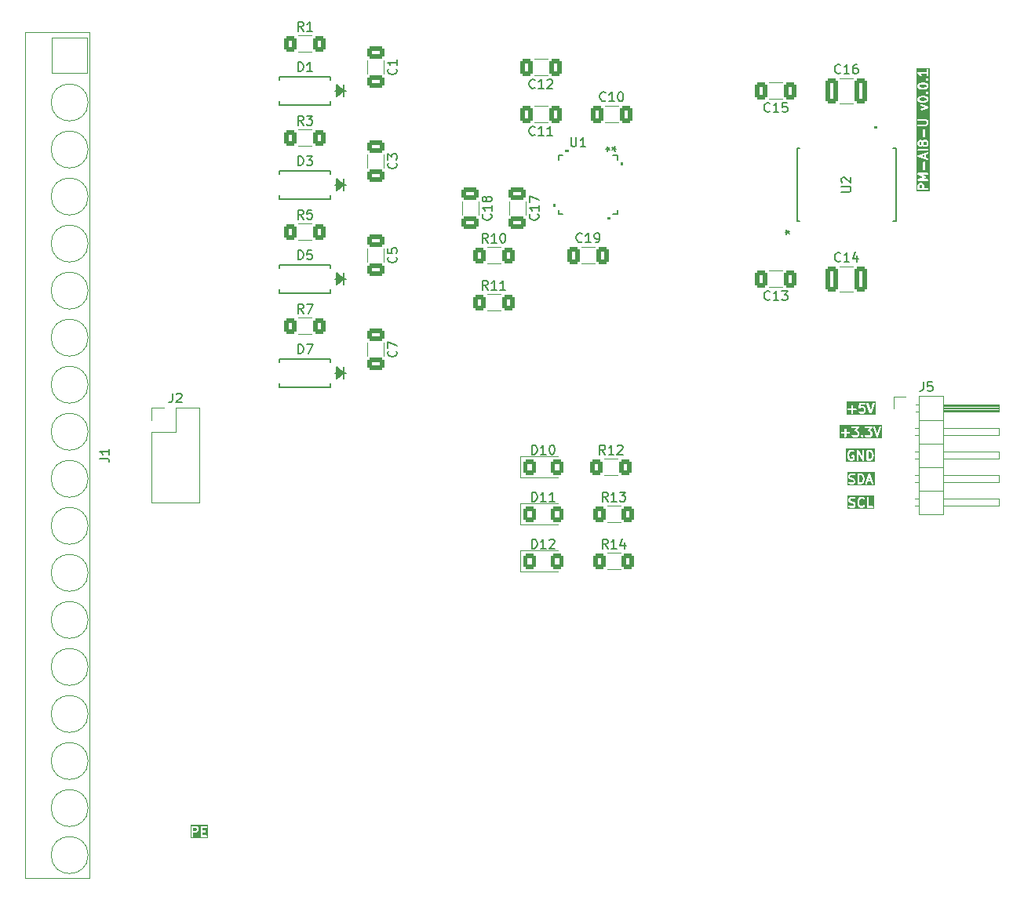
<source format=gbr>
%TF.GenerationSoftware,KiCad,Pcbnew,8.0.4-8.0.4-0~ubuntu22.04.1*%
%TF.CreationDate,2024-08-03T21:35:52+03:00*%
%TF.ProjectId,PM-AI8-U,504d2d41-4938-42d5-952e-6b696361645f,rev?*%
%TF.SameCoordinates,Original*%
%TF.FileFunction,Legend,Top*%
%TF.FilePolarity,Positive*%
%FSLAX46Y46*%
G04 Gerber Fmt 4.6, Leading zero omitted, Abs format (unit mm)*
G04 Created by KiCad (PCBNEW 8.0.4-8.0.4-0~ubuntu22.04.1) date 2024-08-03 21:35:52*
%MOMM*%
%LPD*%
G01*
G04 APERTURE LIST*
G04 Aperture macros list*
%AMRoundRect*
0 Rectangle with rounded corners*
0 $1 Rounding radius*
0 $2 $3 $4 $5 $6 $7 $8 $9 X,Y pos of 4 corners*
0 Add a 4 corners polygon primitive as box body*
4,1,4,$2,$3,$4,$5,$6,$7,$8,$9,$2,$3,0*
0 Add four circle primitives for the rounded corners*
1,1,$1+$1,$2,$3*
1,1,$1+$1,$4,$5*
1,1,$1+$1,$6,$7*
1,1,$1+$1,$8,$9*
0 Add four rect primitives between the rounded corners*
20,1,$1+$1,$2,$3,$4,$5,0*
20,1,$1+$1,$4,$5,$6,$7,0*
20,1,$1+$1,$6,$7,$8,$9,0*
20,1,$1+$1,$8,$9,$2,$3,0*%
G04 Aperture macros list end*
%ADD10C,0.200000*%
%ADD11C,0.150000*%
%ADD12C,0.152400*%
%ADD13C,0.120000*%
%ADD14C,0.000000*%
%ADD15R,2.565400X1.651000*%
%ADD16C,3.200000*%
%ADD17RoundRect,0.250000X0.412500X0.650000X-0.412500X0.650000X-0.412500X-0.650000X0.412500X-0.650000X0*%
%ADD18RoundRect,0.250000X-0.400000X-0.625000X0.400000X-0.625000X0.400000X0.625000X-0.400000X0.625000X0*%
%ADD19RoundRect,0.250000X-0.650000X0.412500X-0.650000X-0.412500X0.650000X-0.412500X0.650000X0.412500X0*%
%ADD20RoundRect,0.250000X-0.412500X-0.650000X0.412500X-0.650000X0.412500X0.650000X-0.412500X0.650000X0*%
%ADD21R,1.700000X1.700000*%
%ADD22O,1.700000X1.700000*%
%ADD23RoundRect,0.250001X-0.462499X-0.624999X0.462499X-0.624999X0.462499X0.624999X-0.462499X0.624999X0*%
%ADD24RoundRect,0.250000X-0.412500X-1.100000X0.412500X-1.100000X0.412500X1.100000X-0.412500X1.100000X0*%
%ADD25R,3.500000X3.500000*%
%ADD26C,3.500000*%
%ADD27R,0.482600X1.854200*%
%ADD28O,6.350000X6.350000*%
%ADD29R,0.254000X0.660400*%
%ADD30R,0.660400X0.254000*%
%ADD31R,4.699000X4.699000*%
%ADD32R,1.600000X1.600000*%
%ADD33O,1.600000X1.600000*%
G04 APERTURE END LIST*
D10*
G36*
X44152668Y-140602024D02*
G01*
X44177337Y-140626692D01*
X44207142Y-140686302D01*
X44207142Y-140781945D01*
X44177337Y-140841554D01*
X44152668Y-140866222D01*
X44093059Y-140896028D01*
X43835714Y-140896028D01*
X43835714Y-140572219D01*
X44093059Y-140572219D01*
X44152668Y-140602024D01*
G37*
G36*
X45421094Y-141683330D02*
G01*
X43524603Y-141683330D01*
X43524603Y-140472219D01*
X43635714Y-140472219D01*
X43635714Y-141472219D01*
X43637635Y-141491728D01*
X43652567Y-141527776D01*
X43680157Y-141555366D01*
X43716205Y-141570298D01*
X43755223Y-141570298D01*
X43791271Y-141555366D01*
X43818861Y-141527776D01*
X43833793Y-141491728D01*
X43835714Y-141472219D01*
X43835714Y-141096028D01*
X44116666Y-141096028D01*
X44136175Y-141094107D01*
X44139495Y-141092731D01*
X44143079Y-141092477D01*
X44161387Y-141085471D01*
X44256625Y-141037852D01*
X44265021Y-141032566D01*
X44267461Y-141031556D01*
X44270207Y-141029302D01*
X44273215Y-141027409D01*
X44274944Y-141025414D01*
X44282615Y-141019120D01*
X44330233Y-140971501D01*
X44336525Y-140963834D01*
X44338523Y-140962102D01*
X44340416Y-140959093D01*
X44342670Y-140956348D01*
X44343680Y-140953907D01*
X44348966Y-140945511D01*
X44396585Y-140850274D01*
X44403591Y-140831965D01*
X44403845Y-140828381D01*
X44405221Y-140825061D01*
X44407142Y-140805552D01*
X44407142Y-140662695D01*
X44405221Y-140643186D01*
X44403845Y-140639865D01*
X44403591Y-140636282D01*
X44396585Y-140617973D01*
X44348966Y-140522736D01*
X44343680Y-140514339D01*
X44342670Y-140511899D01*
X44340416Y-140509153D01*
X44338523Y-140506145D01*
X44336525Y-140504412D01*
X44330233Y-140496746D01*
X44305707Y-140472219D01*
X44635714Y-140472219D01*
X44635714Y-141472219D01*
X44637635Y-141491728D01*
X44652567Y-141527776D01*
X44680157Y-141555366D01*
X44716205Y-141570298D01*
X44735714Y-141572219D01*
X45211904Y-141572219D01*
X45231413Y-141570298D01*
X45267461Y-141555366D01*
X45295051Y-141527776D01*
X45309983Y-141491728D01*
X45309983Y-141452710D01*
X45295051Y-141416662D01*
X45267461Y-141389072D01*
X45231413Y-141374140D01*
X45211904Y-141372219D01*
X44835714Y-141372219D01*
X44835714Y-141048409D01*
X45069047Y-141048409D01*
X45088556Y-141046488D01*
X45124604Y-141031556D01*
X45152194Y-141003966D01*
X45167126Y-140967918D01*
X45167126Y-140928900D01*
X45152194Y-140892852D01*
X45124604Y-140865262D01*
X45088556Y-140850330D01*
X45069047Y-140848409D01*
X44835714Y-140848409D01*
X44835714Y-140572219D01*
X45211904Y-140572219D01*
X45231413Y-140570298D01*
X45267461Y-140555366D01*
X45295051Y-140527776D01*
X45309983Y-140491728D01*
X45309983Y-140452710D01*
X45295051Y-140416662D01*
X45267461Y-140389072D01*
X45231413Y-140374140D01*
X45211904Y-140372219D01*
X44735714Y-140372219D01*
X44716205Y-140374140D01*
X44680157Y-140389072D01*
X44652567Y-140416662D01*
X44637635Y-140452710D01*
X44635714Y-140472219D01*
X44305707Y-140472219D01*
X44282615Y-140449127D01*
X44274944Y-140442832D01*
X44273215Y-140440838D01*
X44270207Y-140438944D01*
X44267461Y-140436691D01*
X44265021Y-140435680D01*
X44256625Y-140430395D01*
X44161387Y-140382776D01*
X44143079Y-140375770D01*
X44139495Y-140375515D01*
X44136175Y-140374140D01*
X44116666Y-140372219D01*
X43735714Y-140372219D01*
X43716205Y-140374140D01*
X43680157Y-140389072D01*
X43652567Y-140416662D01*
X43637635Y-140452710D01*
X43635714Y-140472219D01*
X43524603Y-140472219D01*
X43524603Y-140261108D01*
X45421094Y-140261108D01*
X45421094Y-141683330D01*
G37*
G36*
X115925176Y-102507240D02*
G01*
X115992249Y-102574313D01*
X116027701Y-102645218D01*
X116069672Y-102813099D01*
X116069672Y-102931337D01*
X116027701Y-103099218D01*
X115992248Y-103170124D01*
X115925177Y-103237197D01*
X115820112Y-103272219D01*
X115698244Y-103272219D01*
X115698244Y-102472219D01*
X115820112Y-102472219D01*
X115925176Y-102507240D01*
G37*
G36*
X116888073Y-102986504D02*
G01*
X116689368Y-102986504D01*
X116788720Y-102688446D01*
X116888073Y-102986504D01*
G37*
G36*
X117332379Y-103583330D02*
G01*
X114387133Y-103583330D01*
X114387133Y-102562695D01*
X114498244Y-102562695D01*
X114498244Y-102657933D01*
X114500165Y-102677442D01*
X114501540Y-102680762D01*
X114501795Y-102684346D01*
X114508801Y-102702654D01*
X114556420Y-102797892D01*
X114561705Y-102806288D01*
X114562716Y-102808728D01*
X114564969Y-102811474D01*
X114566863Y-102814482D01*
X114568857Y-102816211D01*
X114575152Y-102823882D01*
X114622771Y-102871500D01*
X114630437Y-102877792D01*
X114632170Y-102879790D01*
X114635178Y-102881683D01*
X114637924Y-102883937D01*
X114640364Y-102884947D01*
X114648761Y-102890233D01*
X114743998Y-102937852D01*
X114745426Y-102938398D01*
X114746006Y-102938828D01*
X114754182Y-102941749D01*
X114762307Y-102944858D01*
X114763027Y-102944909D01*
X114764466Y-102945423D01*
X114944291Y-102990379D01*
X115015198Y-103025833D01*
X115039867Y-103050501D01*
X115069672Y-103110111D01*
X115069672Y-103158135D01*
X115039867Y-103217743D01*
X115015198Y-103242413D01*
X114955589Y-103272219D01*
X114757327Y-103272219D01*
X114629867Y-103229732D01*
X114610751Y-103225385D01*
X114571831Y-103228151D01*
X114536932Y-103245601D01*
X114511367Y-103275077D01*
X114499029Y-103312093D01*
X114501795Y-103351013D01*
X114519245Y-103385912D01*
X114548721Y-103411477D01*
X114566621Y-103419468D01*
X114709478Y-103467087D01*
X114719150Y-103469286D01*
X114721592Y-103470298D01*
X114725129Y-103470646D01*
X114728593Y-103471434D01*
X114731227Y-103471246D01*
X114741101Y-103472219D01*
X114979196Y-103472219D01*
X114998705Y-103470298D01*
X115002025Y-103468922D01*
X115005609Y-103468668D01*
X115023917Y-103461662D01*
X115119155Y-103414043D01*
X115127550Y-103408758D01*
X115129992Y-103407747D01*
X115132739Y-103405491D01*
X115135745Y-103403600D01*
X115137475Y-103401605D01*
X115145145Y-103395310D01*
X115192764Y-103347690D01*
X115199056Y-103340023D01*
X115201053Y-103338292D01*
X115202946Y-103335284D01*
X115205201Y-103332537D01*
X115206212Y-103330095D01*
X115211496Y-103321701D01*
X115259115Y-103226464D01*
X115266121Y-103208155D01*
X115266375Y-103204571D01*
X115267751Y-103201251D01*
X115269672Y-103181742D01*
X115269672Y-103086504D01*
X115267751Y-103066995D01*
X115266375Y-103063674D01*
X115266121Y-103060091D01*
X115259115Y-103041782D01*
X115211496Y-102946545D01*
X115206210Y-102938148D01*
X115205200Y-102935708D01*
X115202946Y-102932962D01*
X115201053Y-102929954D01*
X115199055Y-102928221D01*
X115192763Y-102920555D01*
X115145145Y-102872936D01*
X115137474Y-102866641D01*
X115135745Y-102864647D01*
X115132737Y-102862753D01*
X115129991Y-102860500D01*
X115127551Y-102859489D01*
X115119155Y-102854204D01*
X115023917Y-102806585D01*
X115022490Y-102806039D01*
X115021910Y-102805609D01*
X115013733Y-102802687D01*
X115005609Y-102799579D01*
X115004886Y-102799527D01*
X115003449Y-102799014D01*
X114823624Y-102754057D01*
X114752717Y-102718604D01*
X114728049Y-102693935D01*
X114698244Y-102634325D01*
X114698244Y-102586302D01*
X114728049Y-102526692D01*
X114752717Y-102502023D01*
X114812327Y-102472219D01*
X115010588Y-102472219D01*
X115138049Y-102514706D01*
X115157164Y-102519053D01*
X115196084Y-102516287D01*
X115230983Y-102498837D01*
X115256548Y-102469361D01*
X115268887Y-102432345D01*
X115266120Y-102393425D01*
X115255517Y-102372219D01*
X115498244Y-102372219D01*
X115498244Y-103372219D01*
X115500165Y-103391728D01*
X115515097Y-103427776D01*
X115542687Y-103455366D01*
X115578735Y-103470298D01*
X115598244Y-103472219D01*
X115836339Y-103472219D01*
X115846212Y-103471246D01*
X115848846Y-103471434D01*
X115852309Y-103470646D01*
X115855848Y-103470298D01*
X115858290Y-103469286D01*
X115867962Y-103467087D01*
X116010818Y-103419468D01*
X116028719Y-103411477D01*
X116031434Y-103409122D01*
X116034754Y-103407747D01*
X116049907Y-103395310D01*
X116085505Y-103359712D01*
X116356172Y-103359712D01*
X116358938Y-103398632D01*
X116376388Y-103433531D01*
X116405864Y-103459096D01*
X116442880Y-103471434D01*
X116481800Y-103468668D01*
X116516699Y-103451218D01*
X116542264Y-103421742D01*
X116550255Y-103403842D01*
X116622701Y-103186504D01*
X116954739Y-103186504D01*
X117027185Y-103403841D01*
X117035176Y-103421742D01*
X117060741Y-103451218D01*
X117095640Y-103468667D01*
X117134560Y-103471434D01*
X117171576Y-103459095D01*
X117201052Y-103433530D01*
X117218502Y-103398631D01*
X117221268Y-103359711D01*
X117216921Y-103340596D01*
X116883588Y-102340596D01*
X116875597Y-102322696D01*
X116870912Y-102317294D01*
X116867719Y-102310908D01*
X116858250Y-102302695D01*
X116850032Y-102293220D01*
X116843640Y-102290023D01*
X116838243Y-102285343D01*
X116826349Y-102281378D01*
X116815133Y-102275770D01*
X116808005Y-102275263D01*
X116801227Y-102273004D01*
X116788722Y-102273893D01*
X116776213Y-102273004D01*
X116769431Y-102275264D01*
X116762307Y-102275771D01*
X116751098Y-102281374D01*
X116739197Y-102285342D01*
X116733796Y-102290025D01*
X116727408Y-102293220D01*
X116719192Y-102302691D01*
X116709721Y-102310907D01*
X116706526Y-102317296D01*
X116701843Y-102322696D01*
X116693852Y-102340597D01*
X116360519Y-103340596D01*
X116356172Y-103359712D01*
X116085505Y-103359712D01*
X116145145Y-103300071D01*
X116151437Y-103292404D01*
X116153434Y-103290673D01*
X116155327Y-103287665D01*
X116157582Y-103284918D01*
X116158593Y-103282476D01*
X116163877Y-103274082D01*
X116211496Y-103178845D01*
X116212042Y-103177416D01*
X116212472Y-103176837D01*
X116215393Y-103168660D01*
X116218502Y-103160536D01*
X116218553Y-103159815D01*
X116219067Y-103158377D01*
X116266686Y-102967901D01*
X116267186Y-102964519D01*
X116267751Y-102963156D01*
X116268474Y-102955805D01*
X116269554Y-102948508D01*
X116269336Y-102947049D01*
X116269672Y-102943647D01*
X116269672Y-102800790D01*
X116269336Y-102797387D01*
X116269554Y-102795929D01*
X116268474Y-102788631D01*
X116267751Y-102781281D01*
X116267186Y-102779917D01*
X116266686Y-102776536D01*
X116219067Y-102586060D01*
X116218553Y-102584621D01*
X116218502Y-102583901D01*
X116215393Y-102575776D01*
X116212472Y-102567600D01*
X116212042Y-102567020D01*
X116211496Y-102565592D01*
X116163877Y-102470355D01*
X116158590Y-102461956D01*
X116157581Y-102459519D01*
X116155329Y-102456775D01*
X116153434Y-102453764D01*
X116151436Y-102452031D01*
X116145145Y-102444365D01*
X116049907Y-102349127D01*
X116034753Y-102336691D01*
X116031434Y-102335316D01*
X116028719Y-102332961D01*
X116010818Y-102324970D01*
X115867962Y-102277351D01*
X115858290Y-102275151D01*
X115855848Y-102274140D01*
X115852309Y-102273791D01*
X115848846Y-102273004D01*
X115846212Y-102273191D01*
X115836339Y-102272219D01*
X115598244Y-102272219D01*
X115578735Y-102274140D01*
X115542687Y-102289072D01*
X115515097Y-102316662D01*
X115500165Y-102352710D01*
X115498244Y-102372219D01*
X115255517Y-102372219D01*
X115248671Y-102358526D01*
X115219195Y-102332961D01*
X115201294Y-102324970D01*
X115058438Y-102277351D01*
X115048766Y-102275151D01*
X115046324Y-102274140D01*
X115042785Y-102273791D01*
X115039322Y-102273004D01*
X115036688Y-102273191D01*
X115026815Y-102272219D01*
X114788720Y-102272219D01*
X114769211Y-102274140D01*
X114765890Y-102275515D01*
X114762307Y-102275770D01*
X114743998Y-102282776D01*
X114648761Y-102330395D01*
X114640364Y-102335680D01*
X114637924Y-102336691D01*
X114635178Y-102338944D01*
X114632170Y-102340838D01*
X114630437Y-102342835D01*
X114622771Y-102349128D01*
X114575152Y-102396746D01*
X114568857Y-102404416D01*
X114566863Y-102406146D01*
X114564969Y-102409153D01*
X114562716Y-102411900D01*
X114561705Y-102414339D01*
X114556420Y-102422736D01*
X114508801Y-102517974D01*
X114501795Y-102536282D01*
X114501540Y-102539865D01*
X114500165Y-102543186D01*
X114498244Y-102562695D01*
X114387133Y-102562695D01*
X114387133Y-102161108D01*
X117332379Y-102161108D01*
X117332379Y-103583330D01*
G37*
G36*
X117451427Y-95963330D02*
G01*
X114317626Y-95963330D01*
X114317626Y-95351757D01*
X114428737Y-95351757D01*
X114428737Y-95390775D01*
X114443669Y-95426823D01*
X114471259Y-95454413D01*
X114507307Y-95469345D01*
X114526816Y-95471266D01*
X114807768Y-95471266D01*
X114807768Y-95752219D01*
X114809689Y-95771728D01*
X114824621Y-95807776D01*
X114852211Y-95835366D01*
X114888259Y-95850298D01*
X114927277Y-95850298D01*
X114963325Y-95835366D01*
X114990915Y-95807776D01*
X115005847Y-95771728D01*
X115007768Y-95752219D01*
X115007768Y-95471266D01*
X115288721Y-95471266D01*
X115308230Y-95469345D01*
X115344278Y-95454413D01*
X115371868Y-95426823D01*
X115386800Y-95390775D01*
X115386800Y-95351757D01*
X115371868Y-95315709D01*
X115344278Y-95288119D01*
X115308230Y-95273187D01*
X115288721Y-95271266D01*
X115007768Y-95271266D01*
X115007768Y-95238062D01*
X115617759Y-95238062D01*
X115619213Y-95242880D01*
X115619213Y-95247918D01*
X115624809Y-95261427D01*
X115629030Y-95275417D01*
X115632217Y-95279313D01*
X115634145Y-95283966D01*
X115644481Y-95294302D01*
X115653737Y-95305615D01*
X115658174Y-95307995D01*
X115661735Y-95311556D01*
X115675240Y-95317150D01*
X115688121Y-95324060D01*
X115693130Y-95324560D01*
X115697783Y-95326488D01*
X115712404Y-95326488D01*
X115726945Y-95327942D01*
X115731764Y-95326488D01*
X115736801Y-95326488D01*
X115750310Y-95320891D01*
X115764300Y-95316671D01*
X115768196Y-95313483D01*
X115772849Y-95311556D01*
X115788003Y-95299120D01*
X115824146Y-95262975D01*
X115883756Y-95233171D01*
X116074637Y-95233171D01*
X116134246Y-95262976D01*
X116158915Y-95287644D01*
X116188720Y-95347254D01*
X116188720Y-95538135D01*
X116158915Y-95597743D01*
X116134246Y-95622413D01*
X116074637Y-95652219D01*
X115883756Y-95652219D01*
X115824146Y-95622414D01*
X115788003Y-95586270D01*
X115772850Y-95573833D01*
X115736802Y-95558902D01*
X115697784Y-95558901D01*
X115661735Y-95573832D01*
X115634145Y-95601422D01*
X115619214Y-95637470D01*
X115619213Y-95676488D01*
X115634144Y-95712537D01*
X115646581Y-95727690D01*
X115694199Y-95775310D01*
X115701867Y-95781603D01*
X115703599Y-95783600D01*
X115706607Y-95785493D01*
X115709353Y-95787747D01*
X115711793Y-95788757D01*
X115720190Y-95794043D01*
X115815427Y-95841662D01*
X115833736Y-95848668D01*
X115837319Y-95848922D01*
X115840640Y-95850298D01*
X115860149Y-95852219D01*
X116098244Y-95852219D01*
X116117753Y-95850298D01*
X116121073Y-95848922D01*
X116124657Y-95848668D01*
X116142965Y-95841662D01*
X116238203Y-95794043D01*
X116246598Y-95788758D01*
X116249040Y-95787747D01*
X116251787Y-95785491D01*
X116254793Y-95783600D01*
X116256523Y-95781605D01*
X116264193Y-95775310D01*
X116311812Y-95727690D01*
X116318104Y-95720023D01*
X116320101Y-95718292D01*
X116321994Y-95715284D01*
X116324249Y-95712537D01*
X116325260Y-95710095D01*
X116330544Y-95701701D01*
X116378163Y-95606464D01*
X116385169Y-95588155D01*
X116385423Y-95584571D01*
X116386799Y-95581251D01*
X116388720Y-95561742D01*
X116388720Y-95323647D01*
X116386799Y-95304138D01*
X116385423Y-95300817D01*
X116385169Y-95297234D01*
X116378163Y-95278925D01*
X116330544Y-95183688D01*
X116325258Y-95175291D01*
X116324248Y-95172851D01*
X116321994Y-95170105D01*
X116320101Y-95167097D01*
X116318103Y-95165364D01*
X116311811Y-95157698D01*
X116264193Y-95110079D01*
X116256522Y-95103784D01*
X116254793Y-95101790D01*
X116251785Y-95099896D01*
X116249039Y-95097643D01*
X116246599Y-95096632D01*
X116238203Y-95091347D01*
X116142965Y-95043728D01*
X116124657Y-95036722D01*
X116121073Y-95036467D01*
X116117753Y-95035092D01*
X116098244Y-95033171D01*
X115860149Y-95033171D01*
X115840640Y-95035092D01*
X115837319Y-95036467D01*
X115836982Y-95036491D01*
X115855410Y-94852219D01*
X116241101Y-94852219D01*
X116260610Y-94850298D01*
X116296658Y-94835366D01*
X116324248Y-94807776D01*
X116339180Y-94771728D01*
X116339180Y-94764726D01*
X116475220Y-94764726D01*
X116479567Y-94783842D01*
X116812900Y-95783841D01*
X116820891Y-95801742D01*
X116825574Y-95807141D01*
X116828769Y-95813531D01*
X116838240Y-95821746D01*
X116846456Y-95831218D01*
X116852844Y-95834412D01*
X116858245Y-95839096D01*
X116870146Y-95843063D01*
X116881355Y-95848667D01*
X116888479Y-95849173D01*
X116895261Y-95851434D01*
X116907770Y-95850544D01*
X116920275Y-95851434D01*
X116927053Y-95849174D01*
X116934181Y-95848668D01*
X116945397Y-95843059D01*
X116957291Y-95839095D01*
X116962688Y-95834414D01*
X116969080Y-95831218D01*
X116977298Y-95821742D01*
X116986767Y-95813530D01*
X116989960Y-95807143D01*
X116994645Y-95801742D01*
X117002636Y-95783842D01*
X117335969Y-94783842D01*
X117340316Y-94764727D01*
X117337550Y-94725807D01*
X117320100Y-94690908D01*
X117290624Y-94665343D01*
X117253608Y-94653004D01*
X117214688Y-94655771D01*
X117179789Y-94673220D01*
X117154224Y-94702696D01*
X117146233Y-94720597D01*
X116907768Y-95435991D01*
X116669303Y-94720596D01*
X116661312Y-94702696D01*
X116635747Y-94673220D01*
X116600848Y-94655770D01*
X116561928Y-94653004D01*
X116524912Y-94665342D01*
X116495436Y-94690907D01*
X116477986Y-94725806D01*
X116475220Y-94764726D01*
X116339180Y-94764726D01*
X116339180Y-94732710D01*
X116324248Y-94696662D01*
X116296658Y-94669072D01*
X116260610Y-94654140D01*
X116241101Y-94652219D01*
X115764911Y-94652219D01*
X115757694Y-94652929D01*
X115755258Y-94652686D01*
X115752879Y-94653403D01*
X115745402Y-94654140D01*
X115731892Y-94659736D01*
X115717903Y-94663957D01*
X115714006Y-94667144D01*
X115709354Y-94669072D01*
X115699017Y-94679408D01*
X115687705Y-94688664D01*
X115685324Y-94693101D01*
X115681764Y-94696662D01*
X115676169Y-94710167D01*
X115669260Y-94723048D01*
X115667783Y-94730412D01*
X115666832Y-94732710D01*
X115666832Y-94735160D01*
X115665407Y-94742269D01*
X115617788Y-95218459D01*
X115617759Y-95238062D01*
X115007768Y-95238062D01*
X115007768Y-94990314D01*
X115005847Y-94970805D01*
X114990915Y-94934757D01*
X114963325Y-94907167D01*
X114927277Y-94892235D01*
X114888259Y-94892235D01*
X114852211Y-94907167D01*
X114824621Y-94934757D01*
X114809689Y-94970805D01*
X114807768Y-94990314D01*
X114807768Y-95271266D01*
X114526816Y-95271266D01*
X114507307Y-95273187D01*
X114471259Y-95288119D01*
X114443669Y-95315709D01*
X114428737Y-95351757D01*
X114317626Y-95351757D01*
X114317626Y-94541108D01*
X117451427Y-94541108D01*
X117451427Y-95963330D01*
G37*
G36*
X117307434Y-106123330D02*
G01*
X114410943Y-106123330D01*
X114410943Y-105102695D01*
X114522054Y-105102695D01*
X114522054Y-105197933D01*
X114523975Y-105217442D01*
X114525350Y-105220762D01*
X114525605Y-105224346D01*
X114532611Y-105242654D01*
X114580230Y-105337892D01*
X114585515Y-105346288D01*
X114586526Y-105348728D01*
X114588779Y-105351474D01*
X114590673Y-105354482D01*
X114592667Y-105356211D01*
X114598962Y-105363882D01*
X114646581Y-105411500D01*
X114654247Y-105417792D01*
X114655980Y-105419790D01*
X114658988Y-105421683D01*
X114661734Y-105423937D01*
X114664174Y-105424947D01*
X114672571Y-105430233D01*
X114767808Y-105477852D01*
X114769236Y-105478398D01*
X114769816Y-105478828D01*
X114777992Y-105481749D01*
X114786117Y-105484858D01*
X114786837Y-105484909D01*
X114788276Y-105485423D01*
X114968101Y-105530379D01*
X115039008Y-105565833D01*
X115063677Y-105590501D01*
X115093482Y-105650111D01*
X115093482Y-105698135D01*
X115063677Y-105757743D01*
X115039008Y-105782413D01*
X114979399Y-105812219D01*
X114781137Y-105812219D01*
X114653677Y-105769732D01*
X114634561Y-105765385D01*
X114595641Y-105768151D01*
X114560742Y-105785601D01*
X114535177Y-105815077D01*
X114522839Y-105852093D01*
X114525605Y-105891013D01*
X114543055Y-105925912D01*
X114572531Y-105951477D01*
X114590431Y-105959468D01*
X114733288Y-106007087D01*
X114742960Y-106009286D01*
X114745402Y-106010298D01*
X114748939Y-106010646D01*
X114752403Y-106011434D01*
X114755037Y-106011246D01*
X114764911Y-106012219D01*
X115003006Y-106012219D01*
X115022515Y-106010298D01*
X115025835Y-106008922D01*
X115029419Y-106008668D01*
X115047727Y-106001662D01*
X115142965Y-105954043D01*
X115151360Y-105948758D01*
X115153802Y-105947747D01*
X115156549Y-105945491D01*
X115159555Y-105943600D01*
X115161285Y-105941605D01*
X115168955Y-105935310D01*
X115216574Y-105887690D01*
X115222866Y-105880023D01*
X115224863Y-105878292D01*
X115226756Y-105875284D01*
X115229011Y-105872537D01*
X115230022Y-105870095D01*
X115235306Y-105861701D01*
X115282925Y-105766464D01*
X115289931Y-105748155D01*
X115290185Y-105744571D01*
X115291561Y-105741251D01*
X115293482Y-105721742D01*
X115293482Y-105626504D01*
X115291561Y-105606995D01*
X115290185Y-105603674D01*
X115289931Y-105600091D01*
X115282925Y-105581782D01*
X115235306Y-105486545D01*
X115230020Y-105478148D01*
X115229010Y-105475708D01*
X115226756Y-105472962D01*
X115224863Y-105469954D01*
X115222865Y-105468221D01*
X115216573Y-105460555D01*
X115168955Y-105412936D01*
X115161284Y-105406641D01*
X115159555Y-105404647D01*
X115156547Y-105402753D01*
X115153801Y-105400500D01*
X115151361Y-105399489D01*
X115142965Y-105394204D01*
X115047727Y-105346585D01*
X115046300Y-105346039D01*
X115045720Y-105345609D01*
X115037543Y-105342687D01*
X115032584Y-105340790D01*
X115474435Y-105340790D01*
X115474435Y-105483647D01*
X115474770Y-105487049D01*
X115474553Y-105488508D01*
X115475632Y-105495805D01*
X115476356Y-105503156D01*
X115476920Y-105504519D01*
X115477421Y-105507901D01*
X115525040Y-105698376D01*
X115525553Y-105699813D01*
X115525605Y-105700536D01*
X115528713Y-105708660D01*
X115531635Y-105716837D01*
X115532065Y-105717417D01*
X115532611Y-105718844D01*
X115580230Y-105814082D01*
X115585512Y-105822474D01*
X115586525Y-105824918D01*
X115588781Y-105827667D01*
X115590673Y-105830672D01*
X115592667Y-105832401D01*
X115598962Y-105840071D01*
X115694200Y-105935311D01*
X115709353Y-105947747D01*
X115712672Y-105949122D01*
X115715388Y-105951477D01*
X115733288Y-105959468D01*
X115876145Y-106007087D01*
X115885817Y-106009286D01*
X115888259Y-106010298D01*
X115891796Y-106010646D01*
X115895260Y-106011434D01*
X115897894Y-106011246D01*
X115907768Y-106012219D01*
X116003006Y-106012219D01*
X116012879Y-106011246D01*
X116015513Y-106011434D01*
X116018976Y-106010646D01*
X116022515Y-106010298D01*
X116024957Y-106009286D01*
X116034629Y-106007087D01*
X116177485Y-105959468D01*
X116195386Y-105951477D01*
X116198101Y-105949122D01*
X116201421Y-105947747D01*
X116216574Y-105935310D01*
X116264193Y-105887690D01*
X116276630Y-105872537D01*
X116291561Y-105836488D01*
X116291560Y-105797470D01*
X116276629Y-105761422D01*
X116249038Y-105733832D01*
X116212990Y-105718901D01*
X116173972Y-105718902D01*
X116137924Y-105733833D01*
X116122770Y-105746270D01*
X116091843Y-105777197D01*
X115986779Y-105812219D01*
X115923994Y-105812219D01*
X115818929Y-105777197D01*
X115751859Y-105710127D01*
X115716405Y-105639218D01*
X115674435Y-105471337D01*
X115674435Y-105353100D01*
X115716405Y-105185218D01*
X115751858Y-105114312D01*
X115818930Y-105047240D01*
X115923994Y-105012219D01*
X115986779Y-105012219D01*
X116091844Y-105047240D01*
X116122771Y-105078167D01*
X116137924Y-105090604D01*
X116173973Y-105105535D01*
X116212991Y-105105535D01*
X116249039Y-105090604D01*
X116276629Y-105063014D01*
X116291560Y-105026966D01*
X116291560Y-104987948D01*
X116276629Y-104951899D01*
X116264192Y-104936746D01*
X116239666Y-104912219D01*
X116522054Y-104912219D01*
X116522054Y-105912219D01*
X116523975Y-105931728D01*
X116538907Y-105967776D01*
X116566497Y-105995366D01*
X116602545Y-106010298D01*
X116622054Y-106012219D01*
X117098244Y-106012219D01*
X117117753Y-106010298D01*
X117153801Y-105995366D01*
X117181391Y-105967776D01*
X117196323Y-105931728D01*
X117196323Y-105892710D01*
X117181391Y-105856662D01*
X117153801Y-105829072D01*
X117117753Y-105814140D01*
X117098244Y-105812219D01*
X116722054Y-105812219D01*
X116722054Y-104912219D01*
X116720133Y-104892710D01*
X116705201Y-104856662D01*
X116677611Y-104829072D01*
X116641563Y-104814140D01*
X116602545Y-104814140D01*
X116566497Y-104829072D01*
X116538907Y-104856662D01*
X116523975Y-104892710D01*
X116522054Y-104912219D01*
X116239666Y-104912219D01*
X116216574Y-104889127D01*
X116201420Y-104876691D01*
X116198101Y-104875316D01*
X116195386Y-104872961D01*
X116177485Y-104864970D01*
X116034629Y-104817351D01*
X116024957Y-104815151D01*
X116022515Y-104814140D01*
X116018976Y-104813791D01*
X116015513Y-104813004D01*
X116012879Y-104813191D01*
X116003006Y-104812219D01*
X115907768Y-104812219D01*
X115897894Y-104813191D01*
X115895260Y-104813004D01*
X115891796Y-104813791D01*
X115888259Y-104814140D01*
X115885817Y-104815151D01*
X115876145Y-104817351D01*
X115733288Y-104864970D01*
X115715388Y-104872961D01*
X115712672Y-104875316D01*
X115709354Y-104876691D01*
X115694200Y-104889127D01*
X115598962Y-104984365D01*
X115592667Y-104992035D01*
X115590673Y-104993765D01*
X115588779Y-104996772D01*
X115586526Y-104999519D01*
X115585515Y-105001958D01*
X115580230Y-105010355D01*
X115532611Y-105105593D01*
X115532065Y-105107019D01*
X115531635Y-105107600D01*
X115528713Y-105115776D01*
X115525605Y-105123901D01*
X115525553Y-105124623D01*
X115525040Y-105126061D01*
X115477421Y-105316536D01*
X115476920Y-105319917D01*
X115476356Y-105321281D01*
X115475632Y-105328631D01*
X115474553Y-105335929D01*
X115474770Y-105337387D01*
X115474435Y-105340790D01*
X115032584Y-105340790D01*
X115029419Y-105339579D01*
X115028696Y-105339527D01*
X115027259Y-105339014D01*
X114847434Y-105294057D01*
X114776527Y-105258604D01*
X114751859Y-105233935D01*
X114722054Y-105174325D01*
X114722054Y-105126302D01*
X114751859Y-105066692D01*
X114776527Y-105042023D01*
X114836137Y-105012219D01*
X115034398Y-105012219D01*
X115161859Y-105054706D01*
X115180974Y-105059053D01*
X115219894Y-105056287D01*
X115254793Y-105038837D01*
X115280358Y-105009361D01*
X115292697Y-104972345D01*
X115289930Y-104933425D01*
X115272481Y-104898526D01*
X115243005Y-104872961D01*
X115225104Y-104864970D01*
X115082248Y-104817351D01*
X115072576Y-104815151D01*
X115070134Y-104814140D01*
X115066595Y-104813791D01*
X115063132Y-104813004D01*
X115060498Y-104813191D01*
X115050625Y-104812219D01*
X114812530Y-104812219D01*
X114793021Y-104814140D01*
X114789700Y-104815515D01*
X114786117Y-104815770D01*
X114767808Y-104822776D01*
X114672571Y-104870395D01*
X114664174Y-104875680D01*
X114661734Y-104876691D01*
X114658988Y-104878944D01*
X114655980Y-104880838D01*
X114654247Y-104882835D01*
X114646581Y-104889128D01*
X114598962Y-104936746D01*
X114592667Y-104944416D01*
X114590673Y-104946146D01*
X114588779Y-104949153D01*
X114586526Y-104951900D01*
X114585515Y-104954339D01*
X114580230Y-104962736D01*
X114532611Y-105057974D01*
X114525605Y-105076282D01*
X114525350Y-105079865D01*
X114523975Y-105083186D01*
X114522054Y-105102695D01*
X114410943Y-105102695D01*
X114410943Y-104701108D01*
X117307434Y-104701108D01*
X117307434Y-106123330D01*
G37*
G36*
X116901367Y-99967240D02*
G01*
X116968440Y-100034313D01*
X117003892Y-100105218D01*
X117045863Y-100273099D01*
X117045863Y-100391337D01*
X117003892Y-100559218D01*
X116968439Y-100630124D01*
X116901368Y-100697197D01*
X116796303Y-100732219D01*
X116674435Y-100732219D01*
X116674435Y-99932219D01*
X116796303Y-99932219D01*
X116901367Y-99967240D01*
G37*
G36*
X117356974Y-101043330D02*
G01*
X114268086Y-101043330D01*
X114268086Y-100260790D01*
X114379197Y-100260790D01*
X114379197Y-100403647D01*
X114379532Y-100407049D01*
X114379315Y-100408508D01*
X114380394Y-100415805D01*
X114381118Y-100423156D01*
X114381682Y-100424519D01*
X114382183Y-100427901D01*
X114429802Y-100618376D01*
X114430315Y-100619813D01*
X114430367Y-100620536D01*
X114433475Y-100628660D01*
X114436397Y-100636837D01*
X114436827Y-100637417D01*
X114437373Y-100638844D01*
X114484992Y-100734082D01*
X114490274Y-100742474D01*
X114491287Y-100744918D01*
X114493543Y-100747667D01*
X114495435Y-100750672D01*
X114497429Y-100752401D01*
X114503724Y-100760071D01*
X114598962Y-100855311D01*
X114614115Y-100867747D01*
X114617434Y-100869122D01*
X114620150Y-100871477D01*
X114638050Y-100879468D01*
X114780907Y-100927087D01*
X114790579Y-100929286D01*
X114793021Y-100930298D01*
X114796558Y-100930646D01*
X114800022Y-100931434D01*
X114802656Y-100931246D01*
X114812530Y-100932219D01*
X114907768Y-100932219D01*
X114917641Y-100931246D01*
X114920275Y-100931434D01*
X114923738Y-100930646D01*
X114927277Y-100930298D01*
X114929719Y-100929286D01*
X114939391Y-100927087D01*
X115082247Y-100879468D01*
X115100148Y-100871477D01*
X115102863Y-100869122D01*
X115106183Y-100867747D01*
X115121336Y-100855310D01*
X115168955Y-100807690D01*
X115181392Y-100792537D01*
X115196323Y-100756488D01*
X115198244Y-100736980D01*
X115198244Y-100403647D01*
X115196323Y-100384138D01*
X115181391Y-100348090D01*
X115153801Y-100320500D01*
X115117753Y-100305568D01*
X115098244Y-100303647D01*
X114907768Y-100303647D01*
X114888259Y-100305568D01*
X114852211Y-100320500D01*
X114824621Y-100348090D01*
X114809689Y-100384138D01*
X114809689Y-100423156D01*
X114824621Y-100459204D01*
X114852211Y-100486794D01*
X114888259Y-100501726D01*
X114907768Y-100503647D01*
X114998244Y-100503647D01*
X114998244Y-100695559D01*
X114996605Y-100697197D01*
X114891541Y-100732219D01*
X114828756Y-100732219D01*
X114723691Y-100697197D01*
X114656621Y-100630127D01*
X114621167Y-100559218D01*
X114579197Y-100391337D01*
X114579197Y-100273100D01*
X114621167Y-100105218D01*
X114656620Y-100034312D01*
X114723692Y-99967240D01*
X114828756Y-99932219D01*
X114931780Y-99932219D01*
X115005903Y-99969281D01*
X115024212Y-99976287D01*
X115063132Y-99979053D01*
X115100148Y-99966714D01*
X115129625Y-99941149D01*
X115147074Y-99906251D01*
X115149839Y-99867331D01*
X115138136Y-99832219D01*
X115426816Y-99832219D01*
X115426816Y-100832219D01*
X115428737Y-100851728D01*
X115443669Y-100887776D01*
X115471259Y-100915366D01*
X115507307Y-100930298D01*
X115546325Y-100930298D01*
X115582373Y-100915366D01*
X115609963Y-100887776D01*
X115624895Y-100851728D01*
X115626816Y-100832219D01*
X115626816Y-100208775D01*
X116011420Y-100881833D01*
X116014338Y-100885943D01*
X116015097Y-100887776D01*
X116016963Y-100889642D01*
X116022767Y-100897818D01*
X116033283Y-100905962D01*
X116042687Y-100915366D01*
X116048574Y-100917804D01*
X116053616Y-100921709D01*
X116066448Y-100925208D01*
X116078735Y-100930298D01*
X116085111Y-100930298D01*
X116091260Y-100931975D01*
X116104453Y-100930298D01*
X116117753Y-100930298D01*
X116123641Y-100927858D01*
X116129966Y-100927055D01*
X116141515Y-100920454D01*
X116153801Y-100915366D01*
X116158308Y-100910858D01*
X116163843Y-100907696D01*
X116171987Y-100897179D01*
X116181391Y-100887776D01*
X116183829Y-100881888D01*
X116187734Y-100876847D01*
X116191233Y-100864014D01*
X116196323Y-100851728D01*
X116197305Y-100841750D01*
X116198000Y-100839204D01*
X116197749Y-100837236D01*
X116198244Y-100832219D01*
X116198244Y-99832219D01*
X116474435Y-99832219D01*
X116474435Y-100832219D01*
X116476356Y-100851728D01*
X116491288Y-100887776D01*
X116518878Y-100915366D01*
X116554926Y-100930298D01*
X116574435Y-100932219D01*
X116812530Y-100932219D01*
X116822403Y-100931246D01*
X116825037Y-100931434D01*
X116828500Y-100930646D01*
X116832039Y-100930298D01*
X116834481Y-100929286D01*
X116844153Y-100927087D01*
X116987009Y-100879468D01*
X117004910Y-100871477D01*
X117007625Y-100869122D01*
X117010945Y-100867747D01*
X117026098Y-100855310D01*
X117121336Y-100760071D01*
X117127628Y-100752404D01*
X117129625Y-100750673D01*
X117131518Y-100747665D01*
X117133773Y-100744918D01*
X117134784Y-100742476D01*
X117140068Y-100734082D01*
X117187687Y-100638845D01*
X117188233Y-100637416D01*
X117188663Y-100636837D01*
X117191584Y-100628660D01*
X117194693Y-100620536D01*
X117194744Y-100619815D01*
X117195258Y-100618377D01*
X117242877Y-100427901D01*
X117243377Y-100424519D01*
X117243942Y-100423156D01*
X117244665Y-100415805D01*
X117245745Y-100408508D01*
X117245527Y-100407049D01*
X117245863Y-100403647D01*
X117245863Y-100260790D01*
X117245527Y-100257387D01*
X117245745Y-100255929D01*
X117244665Y-100248631D01*
X117243942Y-100241281D01*
X117243377Y-100239917D01*
X117242877Y-100236536D01*
X117195258Y-100046060D01*
X117194744Y-100044621D01*
X117194693Y-100043901D01*
X117191584Y-100035776D01*
X117188663Y-100027600D01*
X117188233Y-100027020D01*
X117187687Y-100025592D01*
X117140068Y-99930355D01*
X117134781Y-99921956D01*
X117133772Y-99919519D01*
X117131520Y-99916775D01*
X117129625Y-99913764D01*
X117127627Y-99912031D01*
X117121336Y-99904365D01*
X117026098Y-99809127D01*
X117010944Y-99796691D01*
X117007625Y-99795316D01*
X117004910Y-99792961D01*
X116987009Y-99784970D01*
X116844153Y-99737351D01*
X116834481Y-99735151D01*
X116832039Y-99734140D01*
X116828500Y-99733791D01*
X116825037Y-99733004D01*
X116822403Y-99733191D01*
X116812530Y-99732219D01*
X116574435Y-99732219D01*
X116554926Y-99734140D01*
X116518878Y-99749072D01*
X116491288Y-99776662D01*
X116476356Y-99812710D01*
X116474435Y-99832219D01*
X116198244Y-99832219D01*
X116196323Y-99812710D01*
X116181391Y-99776662D01*
X116153801Y-99749072D01*
X116117753Y-99734140D01*
X116078735Y-99734140D01*
X116042687Y-99749072D01*
X116015097Y-99776662D01*
X116000165Y-99812710D01*
X115998244Y-99832219D01*
X115998244Y-100455662D01*
X115613640Y-99782605D01*
X115610721Y-99778494D01*
X115609963Y-99776662D01*
X115608096Y-99774795D01*
X115602293Y-99766620D01*
X115591778Y-99758477D01*
X115582373Y-99749072D01*
X115576482Y-99746632D01*
X115571444Y-99742730D01*
X115558615Y-99739231D01*
X115546325Y-99734140D01*
X115539950Y-99734140D01*
X115533801Y-99732463D01*
X115520608Y-99734140D01*
X115507307Y-99734140D01*
X115501418Y-99736579D01*
X115495094Y-99737383D01*
X115483544Y-99743983D01*
X115471259Y-99749072D01*
X115466751Y-99753579D01*
X115461217Y-99756742D01*
X115453074Y-99767256D01*
X115443669Y-99776662D01*
X115441229Y-99782552D01*
X115437327Y-99787591D01*
X115433828Y-99800419D01*
X115428737Y-99812710D01*
X115427754Y-99822687D01*
X115427060Y-99825234D01*
X115427310Y-99827201D01*
X115426816Y-99832219D01*
X115138136Y-99832219D01*
X115137501Y-99830315D01*
X115111936Y-99800838D01*
X115095346Y-99790395D01*
X115000108Y-99742776D01*
X114981800Y-99735770D01*
X114978216Y-99735515D01*
X114974896Y-99734140D01*
X114955387Y-99732219D01*
X114812530Y-99732219D01*
X114802656Y-99733191D01*
X114800022Y-99733004D01*
X114796558Y-99733791D01*
X114793021Y-99734140D01*
X114790579Y-99735151D01*
X114780907Y-99737351D01*
X114638050Y-99784970D01*
X114620150Y-99792961D01*
X114617434Y-99795316D01*
X114614116Y-99796691D01*
X114598962Y-99809127D01*
X114503724Y-99904365D01*
X114497429Y-99912035D01*
X114495435Y-99913765D01*
X114493541Y-99916772D01*
X114491288Y-99919519D01*
X114490277Y-99921958D01*
X114484992Y-99930355D01*
X114437373Y-100025593D01*
X114436827Y-100027019D01*
X114436397Y-100027600D01*
X114433475Y-100035776D01*
X114430367Y-100043901D01*
X114430315Y-100044623D01*
X114429802Y-100046061D01*
X114382183Y-100236536D01*
X114381682Y-100239917D01*
X114381118Y-100241281D01*
X114380394Y-100248631D01*
X114379315Y-100255929D01*
X114379532Y-100257387D01*
X114379197Y-100260790D01*
X114268086Y-100260790D01*
X114268086Y-99621108D01*
X117356974Y-99621108D01*
X117356974Y-101043330D01*
G37*
G36*
X122426554Y-71157572D02*
G01*
X122451223Y-71182240D01*
X122481028Y-71241850D01*
X122481028Y-71499195D01*
X122157219Y-71499195D01*
X122157219Y-71241850D01*
X122187024Y-71182240D01*
X122211692Y-71157571D01*
X122271302Y-71127767D01*
X122366945Y-71127767D01*
X122426554Y-71157572D01*
G37*
G36*
X122671504Y-68127119D02*
G01*
X122373446Y-68027767D01*
X122671504Y-67928414D01*
X122671504Y-68127119D01*
G37*
G36*
X122331316Y-66490906D02*
G01*
X122355985Y-66515574D01*
X122385790Y-66575184D01*
X122385790Y-66718446D01*
X122355985Y-66778055D01*
X122331316Y-66802723D01*
X122271707Y-66832529D01*
X122271302Y-66832529D01*
X122211692Y-66802724D01*
X122187024Y-66778055D01*
X122157219Y-66718445D01*
X122157219Y-66575184D01*
X122187024Y-66515574D01*
X122211692Y-66490905D01*
X122271302Y-66461101D01*
X122271707Y-66461101D01*
X122331316Y-66490906D01*
G37*
G36*
X122902746Y-66490907D02*
G01*
X122927414Y-66515574D01*
X122957219Y-66575184D01*
X122957219Y-66718446D01*
X122927414Y-66778055D01*
X122902746Y-66802722D01*
X122843135Y-66832529D01*
X122699873Y-66832529D01*
X122640263Y-66802724D01*
X122615595Y-66778055D01*
X122585790Y-66718445D01*
X122585790Y-66575184D01*
X122615595Y-66515574D01*
X122640263Y-66490905D01*
X122699873Y-66461101D01*
X122843135Y-66461101D01*
X122902746Y-66490907D01*
G37*
G36*
X122831837Y-61741166D02*
G01*
X122902746Y-61776621D01*
X122927414Y-61801288D01*
X122957219Y-61860898D01*
X122957219Y-61908922D01*
X122927414Y-61968531D01*
X122902746Y-61993198D01*
X122831837Y-62028653D01*
X122663956Y-62070624D01*
X122450480Y-62070624D01*
X122282599Y-62028653D01*
X122211692Y-61993200D01*
X122187024Y-61968531D01*
X122157219Y-61908921D01*
X122157219Y-61860898D01*
X122187024Y-61801288D01*
X122211692Y-61776619D01*
X122282599Y-61741166D01*
X122450480Y-61699196D01*
X122663956Y-61699196D01*
X122831837Y-61741166D01*
G37*
G36*
X122831837Y-60312595D02*
G01*
X122902746Y-60348050D01*
X122927414Y-60372717D01*
X122957219Y-60432327D01*
X122957219Y-60480351D01*
X122927414Y-60539960D01*
X122902746Y-60564627D01*
X122831837Y-60600082D01*
X122663956Y-60642053D01*
X122450480Y-60642053D01*
X122282599Y-60600082D01*
X122211692Y-60564629D01*
X122187024Y-60539960D01*
X122157219Y-60480350D01*
X122157219Y-60432327D01*
X122187024Y-60372717D01*
X122211692Y-60348048D01*
X122282599Y-60312595D01*
X122450480Y-60270625D01*
X122663956Y-60270625D01*
X122831837Y-60312595D01*
G37*
G36*
X123268330Y-71810306D02*
G01*
X121846108Y-71810306D01*
X121846108Y-71218243D01*
X121957219Y-71218243D01*
X121957219Y-71599195D01*
X121959140Y-71618704D01*
X121974072Y-71654752D01*
X122001662Y-71682342D01*
X122037710Y-71697274D01*
X122057219Y-71699195D01*
X123057219Y-71699195D01*
X123076728Y-71697274D01*
X123112776Y-71682342D01*
X123140366Y-71654752D01*
X123155298Y-71618704D01*
X123155298Y-71579686D01*
X123140366Y-71543638D01*
X123112776Y-71516048D01*
X123076728Y-71501116D01*
X123057219Y-71499195D01*
X122681028Y-71499195D01*
X122681028Y-71218243D01*
X122679107Y-71198734D01*
X122677731Y-71195413D01*
X122677477Y-71191830D01*
X122670471Y-71173521D01*
X122622852Y-71078284D01*
X122617566Y-71069887D01*
X122616556Y-71067447D01*
X122614302Y-71064701D01*
X122612409Y-71061693D01*
X122610411Y-71059960D01*
X122604119Y-71052294D01*
X122556501Y-71004675D01*
X122548830Y-70998380D01*
X122547101Y-70996386D01*
X122544093Y-70994492D01*
X122541347Y-70992239D01*
X122538907Y-70991228D01*
X122530511Y-70985943D01*
X122435273Y-70938324D01*
X122416965Y-70931318D01*
X122413381Y-70931063D01*
X122410061Y-70929688D01*
X122390552Y-70927767D01*
X122247695Y-70927767D01*
X122228186Y-70929688D01*
X122224865Y-70931063D01*
X122221282Y-70931318D01*
X122202973Y-70938324D01*
X122107736Y-70985943D01*
X122099339Y-70991228D01*
X122096899Y-70992239D01*
X122094153Y-70994492D01*
X122091145Y-70996386D01*
X122089412Y-70998383D01*
X122081746Y-71004676D01*
X122034127Y-71052294D01*
X122027832Y-71059964D01*
X122025838Y-71061694D01*
X122023944Y-71064701D01*
X122021691Y-71067448D01*
X122020680Y-71069887D01*
X122015395Y-71078284D01*
X121967776Y-71173522D01*
X121960770Y-71191830D01*
X121960515Y-71195413D01*
X121959140Y-71198734D01*
X121957219Y-71218243D01*
X121846108Y-71218243D01*
X121846108Y-69947712D01*
X121958378Y-69947712D01*
X121959140Y-69949807D01*
X121959140Y-69952038D01*
X121965784Y-69968079D01*
X121971713Y-69984381D01*
X121973218Y-69986024D01*
X121974072Y-69988086D01*
X121986345Y-70000359D01*
X121998064Y-70013156D01*
X122000708Y-70014722D01*
X122001662Y-70015676D01*
X122003843Y-70016579D01*
X122014930Y-70023147D01*
X122535034Y-70265862D01*
X122014930Y-70508577D01*
X122003843Y-70515144D01*
X122001662Y-70516048D01*
X122000708Y-70517001D01*
X121998064Y-70518568D01*
X121986345Y-70531364D01*
X121974072Y-70543638D01*
X121973218Y-70545699D01*
X121971713Y-70547343D01*
X121965784Y-70563644D01*
X121959140Y-70579686D01*
X121959140Y-70581916D01*
X121958378Y-70584012D01*
X121959140Y-70601351D01*
X121959140Y-70618704D01*
X121959993Y-70620763D01*
X121960091Y-70622992D01*
X121967432Y-70638722D01*
X121974072Y-70654752D01*
X121975648Y-70656328D01*
X121976592Y-70658350D01*
X121989388Y-70670068D01*
X122001662Y-70682342D01*
X122003723Y-70683195D01*
X122005367Y-70684701D01*
X122021668Y-70690629D01*
X122037710Y-70697274D01*
X122040768Y-70697575D01*
X122042036Y-70698036D01*
X122044395Y-70697932D01*
X122057219Y-70699195D01*
X123057219Y-70699195D01*
X123076728Y-70697274D01*
X123112776Y-70682342D01*
X123140366Y-70654752D01*
X123155298Y-70618704D01*
X123155298Y-70579686D01*
X123140366Y-70543638D01*
X123112776Y-70516048D01*
X123076728Y-70501116D01*
X123057219Y-70499195D01*
X122507975Y-70499195D01*
X122813793Y-70356480D01*
X122820934Y-70352249D01*
X122823356Y-70351369D01*
X122825068Y-70349800D01*
X122830659Y-70346489D01*
X122840919Y-70335284D01*
X122852132Y-70325017D01*
X122854011Y-70320989D01*
X122857011Y-70317714D01*
X122862202Y-70303438D01*
X122868632Y-70289660D01*
X122868827Y-70285219D01*
X122870345Y-70281045D01*
X122869677Y-70265862D01*
X122870345Y-70250679D01*
X122868827Y-70246504D01*
X122868632Y-70242064D01*
X122862202Y-70228285D01*
X122857011Y-70214010D01*
X122854011Y-70210734D01*
X122852132Y-70206707D01*
X122840919Y-70196439D01*
X122830659Y-70185235D01*
X122825068Y-70181923D01*
X122823356Y-70180355D01*
X122820934Y-70179474D01*
X122813793Y-70175244D01*
X122507975Y-70032529D01*
X123057219Y-70032529D01*
X123076728Y-70030608D01*
X123112776Y-70015676D01*
X123140366Y-69988086D01*
X123155298Y-69952038D01*
X123155298Y-69913020D01*
X123140366Y-69876972D01*
X123112776Y-69849382D01*
X123076728Y-69834450D01*
X123057219Y-69832529D01*
X122057219Y-69832529D01*
X122044395Y-69833791D01*
X122042036Y-69833688D01*
X122040768Y-69834148D01*
X122037710Y-69834450D01*
X122021668Y-69841094D01*
X122005367Y-69847023D01*
X122003723Y-69848528D01*
X122001662Y-69849382D01*
X121989388Y-69861655D01*
X121976592Y-69873374D01*
X121975648Y-69875395D01*
X121974072Y-69876972D01*
X121967432Y-69893001D01*
X121960091Y-69908732D01*
X121959993Y-69910960D01*
X121959140Y-69913020D01*
X121959140Y-69930372D01*
X121958378Y-69947712D01*
X121846108Y-69947712D01*
X121846108Y-68694434D01*
X122576266Y-68694434D01*
X122576266Y-69456338D01*
X122578187Y-69475847D01*
X122593119Y-69511895D01*
X122620709Y-69539485D01*
X122656757Y-69554417D01*
X122695775Y-69554417D01*
X122731823Y-69539485D01*
X122759413Y-69511895D01*
X122774345Y-69475847D01*
X122776266Y-69456338D01*
X122776266Y-68694434D01*
X122774345Y-68674925D01*
X122759413Y-68638877D01*
X122731823Y-68611287D01*
X122695775Y-68596355D01*
X122656757Y-68596355D01*
X122620709Y-68611287D01*
X122593119Y-68638877D01*
X122578187Y-68674925D01*
X122576266Y-68694434D01*
X121846108Y-68694434D01*
X121846108Y-68015260D01*
X121958004Y-68015260D01*
X121958892Y-68027767D01*
X121958004Y-68040274D01*
X121960263Y-68047052D01*
X121960770Y-68054180D01*
X121966376Y-68065392D01*
X121970342Y-68077290D01*
X121975025Y-68082689D01*
X121978220Y-68089079D01*
X121987691Y-68097294D01*
X121995907Y-68106766D01*
X122002296Y-68109960D01*
X122007696Y-68114644D01*
X122025596Y-68122635D01*
X123025596Y-68455968D01*
X123044711Y-68460315D01*
X123083631Y-68457549D01*
X123118530Y-68440099D01*
X123144095Y-68410623D01*
X123156434Y-68373607D01*
X123153667Y-68334687D01*
X123136218Y-68299788D01*
X123106742Y-68274223D01*
X123088841Y-68266232D01*
X122871504Y-68193786D01*
X122871504Y-67861747D01*
X123088841Y-67789302D01*
X123106742Y-67781311D01*
X123136218Y-67755746D01*
X123153667Y-67720847D01*
X123156434Y-67681927D01*
X123144095Y-67644911D01*
X123118530Y-67615435D01*
X123083631Y-67597985D01*
X123044711Y-67595219D01*
X123025596Y-67599566D01*
X122025596Y-67932899D01*
X122007696Y-67940890D01*
X122002296Y-67945573D01*
X121995907Y-67948768D01*
X121987691Y-67958239D01*
X121978220Y-67966455D01*
X121975025Y-67972844D01*
X121970342Y-67978244D01*
X121966376Y-67990141D01*
X121960770Y-68001354D01*
X121960263Y-68008481D01*
X121958004Y-68015260D01*
X121846108Y-68015260D01*
X121846108Y-67341591D01*
X121959140Y-67341591D01*
X121959140Y-67380609D01*
X121974072Y-67416657D01*
X122001662Y-67444247D01*
X122037710Y-67459179D01*
X122057219Y-67461100D01*
X123057219Y-67461100D01*
X123076728Y-67459179D01*
X123112776Y-67444247D01*
X123140366Y-67416657D01*
X123155298Y-67380609D01*
X123155298Y-67341591D01*
X123140366Y-67305543D01*
X123112776Y-67277953D01*
X123076728Y-67263021D01*
X123057219Y-67261100D01*
X122057219Y-67261100D01*
X122037710Y-67263021D01*
X122001662Y-67277953D01*
X121974072Y-67305543D01*
X121959140Y-67341591D01*
X121846108Y-67341591D01*
X121846108Y-66551577D01*
X121957219Y-66551577D01*
X121957219Y-66742053D01*
X121959140Y-66761562D01*
X121960515Y-66764882D01*
X121960770Y-66768466D01*
X121967776Y-66786774D01*
X122015395Y-66882012D01*
X122020680Y-66890408D01*
X122021691Y-66892848D01*
X122023944Y-66895594D01*
X122025838Y-66898602D01*
X122027832Y-66900331D01*
X122034127Y-66908002D01*
X122081746Y-66955620D01*
X122089412Y-66961912D01*
X122091145Y-66963910D01*
X122094153Y-66965803D01*
X122096899Y-66968057D01*
X122099339Y-66969067D01*
X122107736Y-66974353D01*
X122202973Y-67021972D01*
X122221282Y-67028978D01*
X122224865Y-67029232D01*
X122228186Y-67030608D01*
X122247695Y-67032529D01*
X122295314Y-67032529D01*
X122314823Y-67030608D01*
X122318143Y-67029232D01*
X122321727Y-67028978D01*
X122340035Y-67021972D01*
X122435273Y-66974353D01*
X122443669Y-66969067D01*
X122446109Y-66968057D01*
X122448855Y-66965803D01*
X122451863Y-66963910D01*
X122453592Y-66961915D01*
X122461263Y-66955621D01*
X122485789Y-66931093D01*
X122510317Y-66955620D01*
X122517983Y-66961912D01*
X122519716Y-66963910D01*
X122522724Y-66965803D01*
X122525470Y-66968057D01*
X122527910Y-66969067D01*
X122536307Y-66974353D01*
X122631544Y-67021972D01*
X122649853Y-67028978D01*
X122653436Y-67029232D01*
X122656757Y-67030608D01*
X122676266Y-67032529D01*
X122866742Y-67032529D01*
X122886251Y-67030608D01*
X122889571Y-67029232D01*
X122893155Y-67028978D01*
X122911463Y-67021972D01*
X123006701Y-66974353D01*
X123015093Y-66969069D01*
X123017537Y-66968058D01*
X123020286Y-66965801D01*
X123023291Y-66963910D01*
X123025020Y-66961915D01*
X123032690Y-66955621D01*
X123080310Y-66908003D01*
X123086603Y-66900334D01*
X123088600Y-66898603D01*
X123090493Y-66895594D01*
X123092747Y-66892849D01*
X123093757Y-66890408D01*
X123099043Y-66882012D01*
X123146662Y-66786775D01*
X123153668Y-66768466D01*
X123153922Y-66764882D01*
X123155298Y-66761562D01*
X123157219Y-66742053D01*
X123157219Y-66551577D01*
X123155298Y-66532068D01*
X123153922Y-66528747D01*
X123153668Y-66525164D01*
X123146662Y-66506855D01*
X123099043Y-66411618D01*
X123093757Y-66403221D01*
X123092747Y-66400781D01*
X123090493Y-66398035D01*
X123088600Y-66395027D01*
X123086603Y-66393295D01*
X123080310Y-66385627D01*
X123032690Y-66338009D01*
X123025020Y-66331714D01*
X123023291Y-66329720D01*
X123020286Y-66327828D01*
X123017537Y-66325572D01*
X123015093Y-66324560D01*
X123006701Y-66319277D01*
X122911463Y-66271658D01*
X122893155Y-66264652D01*
X122889571Y-66264397D01*
X122886251Y-66263022D01*
X122866742Y-66261101D01*
X122676266Y-66261101D01*
X122656757Y-66263022D01*
X122653436Y-66264397D01*
X122649853Y-66264652D01*
X122631544Y-66271658D01*
X122536307Y-66319277D01*
X122527910Y-66324562D01*
X122525470Y-66325573D01*
X122522724Y-66327826D01*
X122519716Y-66329720D01*
X122517983Y-66331717D01*
X122510317Y-66338010D01*
X122485789Y-66362536D01*
X122461263Y-66338009D01*
X122453592Y-66331714D01*
X122451863Y-66329720D01*
X122448855Y-66327826D01*
X122446109Y-66325573D01*
X122443669Y-66324562D01*
X122435273Y-66319277D01*
X122340035Y-66271658D01*
X122321727Y-66264652D01*
X122318143Y-66264397D01*
X122314823Y-66263022D01*
X122295314Y-66261101D01*
X122247695Y-66261101D01*
X122228186Y-66263022D01*
X122224865Y-66264397D01*
X122221282Y-66264652D01*
X122202973Y-66271658D01*
X122107736Y-66319277D01*
X122099339Y-66324562D01*
X122096899Y-66325573D01*
X122094153Y-66327826D01*
X122091145Y-66329720D01*
X122089412Y-66331717D01*
X122081746Y-66338010D01*
X122034127Y-66385628D01*
X122027832Y-66393298D01*
X122025838Y-66395028D01*
X122023944Y-66398035D01*
X122021691Y-66400782D01*
X122020680Y-66403221D01*
X122015395Y-66411618D01*
X121967776Y-66506856D01*
X121960770Y-66525164D01*
X121960515Y-66528747D01*
X121959140Y-66532068D01*
X121957219Y-66551577D01*
X121846108Y-66551577D01*
X121846108Y-65170625D01*
X122576266Y-65170625D01*
X122576266Y-65932529D01*
X122578187Y-65952038D01*
X122593119Y-65988086D01*
X122620709Y-66015676D01*
X122656757Y-66030608D01*
X122695775Y-66030608D01*
X122731823Y-66015676D01*
X122759413Y-65988086D01*
X122774345Y-65952038D01*
X122776266Y-65932529D01*
X122776266Y-65170625D01*
X122774345Y-65151116D01*
X122759413Y-65115068D01*
X122731823Y-65087478D01*
X122695775Y-65072546D01*
X122656757Y-65072546D01*
X122620709Y-65087478D01*
X122593119Y-65115068D01*
X122578187Y-65151116D01*
X122576266Y-65170625D01*
X121846108Y-65170625D01*
X121846108Y-64103497D01*
X121959140Y-64103497D01*
X121959140Y-64142515D01*
X121974072Y-64178563D01*
X122001662Y-64206153D01*
X122037710Y-64221085D01*
X122057219Y-64223006D01*
X122843135Y-64223006D01*
X122902746Y-64252812D01*
X122927414Y-64277479D01*
X122957219Y-64337089D01*
X122957219Y-64480351D01*
X122927414Y-64539960D01*
X122902746Y-64564627D01*
X122843135Y-64594434D01*
X122057219Y-64594434D01*
X122037710Y-64596355D01*
X122001662Y-64611287D01*
X121974072Y-64638877D01*
X121959140Y-64674925D01*
X121959140Y-64713943D01*
X121974072Y-64749991D01*
X122001662Y-64777581D01*
X122037710Y-64792513D01*
X122057219Y-64794434D01*
X122866742Y-64794434D01*
X122886251Y-64792513D01*
X122889571Y-64791137D01*
X122893155Y-64790883D01*
X122911463Y-64783877D01*
X123006701Y-64736258D01*
X123015093Y-64730974D01*
X123017537Y-64729963D01*
X123020286Y-64727706D01*
X123023291Y-64725815D01*
X123025020Y-64723820D01*
X123032690Y-64717526D01*
X123080310Y-64669908D01*
X123086603Y-64662239D01*
X123088600Y-64660508D01*
X123090493Y-64657499D01*
X123092747Y-64654754D01*
X123093757Y-64652313D01*
X123099043Y-64643917D01*
X123146662Y-64548680D01*
X123153668Y-64530371D01*
X123153922Y-64526787D01*
X123155298Y-64523467D01*
X123157219Y-64503958D01*
X123157219Y-64313482D01*
X123155298Y-64293973D01*
X123153922Y-64290652D01*
X123153668Y-64287069D01*
X123146662Y-64268760D01*
X123099043Y-64173523D01*
X123093757Y-64165126D01*
X123092747Y-64162686D01*
X123090493Y-64159940D01*
X123088600Y-64156932D01*
X123086603Y-64155200D01*
X123080310Y-64147532D01*
X123032690Y-64099914D01*
X123025020Y-64093619D01*
X123023291Y-64091625D01*
X123020286Y-64089733D01*
X123017537Y-64087477D01*
X123015093Y-64086465D01*
X123006701Y-64081182D01*
X122911463Y-64033563D01*
X122893155Y-64026557D01*
X122889571Y-64026302D01*
X122886251Y-64024927D01*
X122866742Y-64023006D01*
X122057219Y-64023006D01*
X122037710Y-64024927D01*
X122001662Y-64039859D01*
X121974072Y-64067449D01*
X121959140Y-64103497D01*
X121846108Y-64103497D01*
X121846108Y-62489343D01*
X122291625Y-62489343D01*
X122293563Y-62528313D01*
X122310266Y-62563575D01*
X122339192Y-62589762D01*
X122356918Y-62598132D01*
X122759897Y-62742053D01*
X122356918Y-62885974D01*
X122339192Y-62894344D01*
X122310266Y-62920531D01*
X122293563Y-62955793D01*
X122291625Y-62994763D01*
X122304748Y-63031508D01*
X122330935Y-63060434D01*
X122366197Y-63077137D01*
X122405167Y-63079075D01*
X122424186Y-63074322D01*
X123090852Y-62836227D01*
X123108579Y-62827857D01*
X123112301Y-62824486D01*
X123116836Y-62822339D01*
X123126657Y-62811489D01*
X123137504Y-62801670D01*
X123139651Y-62797135D01*
X123143022Y-62793413D01*
X123147943Y-62779631D01*
X123154208Y-62766408D01*
X123154457Y-62761393D01*
X123156145Y-62756668D01*
X123155418Y-62742053D01*
X123156145Y-62727438D01*
X123154457Y-62722712D01*
X123154208Y-62717698D01*
X123147943Y-62704474D01*
X123143022Y-62690693D01*
X123139651Y-62686970D01*
X123137504Y-62682436D01*
X123126657Y-62672616D01*
X123116836Y-62661767D01*
X123112301Y-62659619D01*
X123108579Y-62656249D01*
X123090852Y-62647879D01*
X122424186Y-62409784D01*
X122405167Y-62405031D01*
X122366197Y-62406969D01*
X122330935Y-62423672D01*
X122304748Y-62452598D01*
X122291625Y-62489343D01*
X121846108Y-62489343D01*
X121846108Y-61837291D01*
X121957219Y-61837291D01*
X121957219Y-61932529D01*
X121959140Y-61952038D01*
X121960515Y-61955358D01*
X121960770Y-61958942D01*
X121967776Y-61977250D01*
X122015395Y-62072488D01*
X122020680Y-62080884D01*
X122021691Y-62083324D01*
X122023944Y-62086070D01*
X122025838Y-62089078D01*
X122027832Y-62090807D01*
X122034127Y-62098478D01*
X122081746Y-62146096D01*
X122089412Y-62152388D01*
X122091145Y-62154386D01*
X122094153Y-62156279D01*
X122096899Y-62158533D01*
X122099339Y-62159543D01*
X122107736Y-62164829D01*
X122202973Y-62212448D01*
X122204401Y-62212994D01*
X122204981Y-62213424D01*
X122213157Y-62216345D01*
X122221282Y-62219454D01*
X122222002Y-62219505D01*
X122223441Y-62220019D01*
X122413917Y-62267638D01*
X122417298Y-62268138D01*
X122418662Y-62268703D01*
X122426012Y-62269426D01*
X122433310Y-62270506D01*
X122434768Y-62270288D01*
X122438171Y-62270624D01*
X122676266Y-62270624D01*
X122679668Y-62270288D01*
X122681127Y-62270506D01*
X122688424Y-62269426D01*
X122695775Y-62268703D01*
X122697138Y-62268138D01*
X122700520Y-62267638D01*
X122890995Y-62220019D01*
X122892432Y-62219505D01*
X122893155Y-62219454D01*
X122901279Y-62216345D01*
X122909456Y-62213424D01*
X122910036Y-62212993D01*
X122911463Y-62212448D01*
X123006701Y-62164829D01*
X123015093Y-62159545D01*
X123017537Y-62158534D01*
X123020286Y-62156277D01*
X123023291Y-62154386D01*
X123025020Y-62152391D01*
X123032690Y-62146097D01*
X123080310Y-62098479D01*
X123086603Y-62090810D01*
X123088600Y-62089079D01*
X123090493Y-62086070D01*
X123092747Y-62083325D01*
X123093757Y-62080884D01*
X123099043Y-62072488D01*
X123146662Y-61977251D01*
X123153668Y-61958942D01*
X123153922Y-61955358D01*
X123155298Y-61952038D01*
X123157219Y-61932529D01*
X123157219Y-61837291D01*
X123155298Y-61817782D01*
X123153922Y-61814461D01*
X123153668Y-61810878D01*
X123146662Y-61792569D01*
X123099043Y-61697332D01*
X123093757Y-61688935D01*
X123092747Y-61686495D01*
X123090493Y-61683749D01*
X123088600Y-61680741D01*
X123086603Y-61679009D01*
X123080310Y-61671341D01*
X123032690Y-61623723D01*
X123025020Y-61617428D01*
X123023291Y-61615434D01*
X123020286Y-61613542D01*
X123017537Y-61611286D01*
X123015093Y-61610274D01*
X123006701Y-61604991D01*
X122911463Y-61557372D01*
X122910036Y-61556826D01*
X122909456Y-61556396D01*
X122901279Y-61553474D01*
X122893155Y-61550366D01*
X122892432Y-61550314D01*
X122890995Y-61549801D01*
X122700520Y-61502182D01*
X122697138Y-61501681D01*
X122695775Y-61501117D01*
X122688424Y-61500393D01*
X122681127Y-61499314D01*
X122679668Y-61499531D01*
X122676266Y-61499196D01*
X122438171Y-61499196D01*
X122434768Y-61499531D01*
X122433310Y-61499314D01*
X122426012Y-61500393D01*
X122418662Y-61501117D01*
X122417298Y-61501681D01*
X122413917Y-61502182D01*
X122223441Y-61549801D01*
X122222002Y-61550314D01*
X122221282Y-61550366D01*
X122213157Y-61553474D01*
X122204981Y-61556396D01*
X122204401Y-61556825D01*
X122202973Y-61557372D01*
X122107736Y-61604991D01*
X122099339Y-61610276D01*
X122096899Y-61611287D01*
X122094153Y-61613540D01*
X122091145Y-61615434D01*
X122089412Y-61617431D01*
X122081746Y-61623724D01*
X122034127Y-61671342D01*
X122027832Y-61679012D01*
X122025838Y-61680742D01*
X122023944Y-61683749D01*
X122021691Y-61686496D01*
X122020680Y-61688935D01*
X122015395Y-61697332D01*
X121967776Y-61792570D01*
X121960770Y-61810878D01*
X121960515Y-61814461D01*
X121959140Y-61817782D01*
X121957219Y-61837291D01*
X121846108Y-61837291D01*
X121846108Y-61151115D01*
X122863901Y-61151115D01*
X122863901Y-61190133D01*
X122865385Y-61193716D01*
X122878832Y-61226181D01*
X122878833Y-61226182D01*
X122891270Y-61241335D01*
X122938890Y-61288954D01*
X122954043Y-61301391D01*
X122979533Y-61311948D01*
X122990091Y-61316322D01*
X122990092Y-61316322D01*
X123029109Y-61316322D01*
X123050226Y-61307574D01*
X123065158Y-61301390D01*
X123065162Y-61301385D01*
X123080311Y-61288954D01*
X123127929Y-61241335D01*
X123140366Y-61226182D01*
X123151735Y-61198734D01*
X123155298Y-61190133D01*
X123155298Y-61151115D01*
X123140366Y-61115067D01*
X123140366Y-61115066D01*
X123127929Y-61099913D01*
X123080311Y-61052294D01*
X123065162Y-61039862D01*
X123065158Y-61039858D01*
X123050226Y-61033673D01*
X123029109Y-61024926D01*
X122990091Y-61024926D01*
X122979533Y-61029299D01*
X122954043Y-61039857D01*
X122938890Y-61052294D01*
X122891270Y-61099913D01*
X122878833Y-61115066D01*
X122878832Y-61115067D01*
X122868274Y-61140557D01*
X122863901Y-61151115D01*
X121846108Y-61151115D01*
X121846108Y-60408720D01*
X121957219Y-60408720D01*
X121957219Y-60503958D01*
X121959140Y-60523467D01*
X121960515Y-60526787D01*
X121960770Y-60530371D01*
X121967776Y-60548679D01*
X122015395Y-60643917D01*
X122020680Y-60652313D01*
X122021691Y-60654753D01*
X122023944Y-60657499D01*
X122025838Y-60660507D01*
X122027832Y-60662236D01*
X122034127Y-60669907D01*
X122081746Y-60717525D01*
X122089412Y-60723817D01*
X122091145Y-60725815D01*
X122094153Y-60727708D01*
X122096899Y-60729962D01*
X122099339Y-60730972D01*
X122107736Y-60736258D01*
X122202973Y-60783877D01*
X122204401Y-60784423D01*
X122204981Y-60784853D01*
X122213157Y-60787774D01*
X122221282Y-60790883D01*
X122222002Y-60790934D01*
X122223441Y-60791448D01*
X122413917Y-60839067D01*
X122417298Y-60839567D01*
X122418662Y-60840132D01*
X122426012Y-60840855D01*
X122433310Y-60841935D01*
X122434768Y-60841717D01*
X122438171Y-60842053D01*
X122676266Y-60842053D01*
X122679668Y-60841717D01*
X122681127Y-60841935D01*
X122688424Y-60840855D01*
X122695775Y-60840132D01*
X122697138Y-60839567D01*
X122700520Y-60839067D01*
X122890995Y-60791448D01*
X122892432Y-60790934D01*
X122893155Y-60790883D01*
X122901279Y-60787774D01*
X122909456Y-60784853D01*
X122910036Y-60784422D01*
X122911463Y-60783877D01*
X123006701Y-60736258D01*
X123015093Y-60730974D01*
X123017537Y-60729963D01*
X123020286Y-60727706D01*
X123023291Y-60725815D01*
X123025020Y-60723820D01*
X123032690Y-60717526D01*
X123080310Y-60669908D01*
X123086603Y-60662239D01*
X123088600Y-60660508D01*
X123090493Y-60657499D01*
X123092747Y-60654754D01*
X123093757Y-60652313D01*
X123099043Y-60643917D01*
X123146662Y-60548680D01*
X123153668Y-60530371D01*
X123153922Y-60526787D01*
X123155298Y-60523467D01*
X123157219Y-60503958D01*
X123157219Y-60408720D01*
X123155298Y-60389211D01*
X123153922Y-60385890D01*
X123153668Y-60382307D01*
X123146662Y-60363998D01*
X123099043Y-60268761D01*
X123093757Y-60260364D01*
X123092747Y-60257924D01*
X123090493Y-60255178D01*
X123088600Y-60252170D01*
X123086603Y-60250438D01*
X123080310Y-60242770D01*
X123032690Y-60195152D01*
X123025020Y-60188857D01*
X123023291Y-60186863D01*
X123020286Y-60184971D01*
X123017537Y-60182715D01*
X123015093Y-60181703D01*
X123006701Y-60176420D01*
X122911463Y-60128801D01*
X122910036Y-60128255D01*
X122909456Y-60127825D01*
X122901279Y-60124903D01*
X122893155Y-60121795D01*
X122892432Y-60121743D01*
X122890995Y-60121230D01*
X122700520Y-60073611D01*
X122697138Y-60073110D01*
X122695775Y-60072546D01*
X122688424Y-60071822D01*
X122681127Y-60070743D01*
X122679668Y-60070960D01*
X122676266Y-60070625D01*
X122438171Y-60070625D01*
X122434768Y-60070960D01*
X122433310Y-60070743D01*
X122426012Y-60071822D01*
X122418662Y-60072546D01*
X122417298Y-60073110D01*
X122413917Y-60073611D01*
X122223441Y-60121230D01*
X122222002Y-60121743D01*
X122221282Y-60121795D01*
X122213157Y-60124903D01*
X122204981Y-60127825D01*
X122204401Y-60128254D01*
X122202973Y-60128801D01*
X122107736Y-60176420D01*
X122099339Y-60181705D01*
X122096899Y-60182716D01*
X122094153Y-60184969D01*
X122091145Y-60186863D01*
X122089412Y-60188860D01*
X122081746Y-60195153D01*
X122034127Y-60242771D01*
X122027832Y-60250441D01*
X122025838Y-60252171D01*
X122023944Y-60255178D01*
X122021691Y-60257925D01*
X122020680Y-60260364D01*
X122015395Y-60268761D01*
X121967776Y-60363999D01*
X121960770Y-60382307D01*
X121960515Y-60385890D01*
X121959140Y-60389211D01*
X121957219Y-60408720D01*
X121846108Y-60408720D01*
X121846108Y-59722544D01*
X122863901Y-59722544D01*
X122863901Y-59761562D01*
X122865385Y-59765145D01*
X122878832Y-59797610D01*
X122878833Y-59797611D01*
X122891270Y-59812764D01*
X122938890Y-59860383D01*
X122954043Y-59872820D01*
X122979533Y-59883377D01*
X122990091Y-59887751D01*
X122990092Y-59887751D01*
X123029109Y-59887751D01*
X123050226Y-59879003D01*
X123065158Y-59872819D01*
X123065162Y-59872814D01*
X123080311Y-59860383D01*
X123127929Y-59812764D01*
X123140366Y-59797611D01*
X123151735Y-59770163D01*
X123155298Y-59761562D01*
X123155298Y-59722544D01*
X123140366Y-59686496D01*
X123140366Y-59686495D01*
X123127929Y-59671342D01*
X123080311Y-59623723D01*
X123065162Y-59611291D01*
X123065158Y-59611287D01*
X123050226Y-59605102D01*
X123029109Y-59596355D01*
X122990091Y-59596355D01*
X122979533Y-59600728D01*
X122954043Y-59611286D01*
X122938890Y-59623723D01*
X122891270Y-59671342D01*
X122878833Y-59686495D01*
X122878832Y-59686496D01*
X122868274Y-59711986D01*
X122863901Y-59722544D01*
X121846108Y-59722544D01*
X121846108Y-59027873D01*
X121957219Y-59027873D01*
X121959140Y-59037478D01*
X121959140Y-59047277D01*
X121962929Y-59056425D01*
X121964871Y-59066133D01*
X121970322Y-59074273D01*
X121974072Y-59083325D01*
X121981071Y-59090324D01*
X121986582Y-59098553D01*
X122001588Y-59110841D01*
X122001662Y-59110915D01*
X122001694Y-59110928D01*
X122001749Y-59110973D01*
X122136365Y-59200717D01*
X122213129Y-59277481D01*
X122253490Y-59358203D01*
X122263933Y-59374793D01*
X122293410Y-59400358D01*
X122330426Y-59412696D01*
X122369346Y-59409931D01*
X122404244Y-59392482D01*
X122429809Y-59363005D01*
X122442148Y-59325989D01*
X122439382Y-59287069D01*
X122432376Y-59268760D01*
X122384757Y-59173523D01*
X122379470Y-59165124D01*
X122378461Y-59162687D01*
X122376209Y-59159943D01*
X122374314Y-59156932D01*
X122372316Y-59155199D01*
X122366025Y-59147533D01*
X122346260Y-59127768D01*
X122957219Y-59127768D01*
X122957219Y-59313482D01*
X122959140Y-59332991D01*
X122974072Y-59369039D01*
X123001662Y-59396629D01*
X123037710Y-59411561D01*
X123076728Y-59411561D01*
X123112776Y-59396629D01*
X123140366Y-59369039D01*
X123155298Y-59332991D01*
X123157219Y-59313482D01*
X123157219Y-58742054D01*
X123155298Y-58722545D01*
X123140366Y-58686497D01*
X123112776Y-58658907D01*
X123076728Y-58643975D01*
X123037710Y-58643975D01*
X123001662Y-58658907D01*
X122974072Y-58686497D01*
X122959140Y-58722545D01*
X122957219Y-58742054D01*
X122957219Y-58927768D01*
X122057219Y-58927768D01*
X122057148Y-58927774D01*
X122057114Y-58927768D01*
X122057012Y-58927788D01*
X122037710Y-58929689D01*
X122028561Y-58933478D01*
X122018854Y-58935420D01*
X122010713Y-58940871D01*
X122001662Y-58944621D01*
X121994662Y-58951620D01*
X121986434Y-58957131D01*
X121980998Y-58965284D01*
X121974072Y-58972211D01*
X121970283Y-58981357D01*
X121964791Y-58989596D01*
X121962889Y-58999206D01*
X121959140Y-59008259D01*
X121959140Y-59018162D01*
X121957219Y-59027873D01*
X121846108Y-59027873D01*
X121846108Y-58532864D01*
X123268330Y-58532864D01*
X123268330Y-71810306D01*
G37*
G36*
X118165712Y-98503330D02*
G01*
X113603340Y-98503330D01*
X113603340Y-97891757D01*
X113714451Y-97891757D01*
X113714451Y-97930775D01*
X113729383Y-97966823D01*
X113756973Y-97994413D01*
X113793021Y-98009345D01*
X113812530Y-98011266D01*
X114093482Y-98011266D01*
X114093482Y-98292219D01*
X114095403Y-98311728D01*
X114110335Y-98347776D01*
X114137925Y-98375366D01*
X114173973Y-98390298D01*
X114212991Y-98390298D01*
X114249039Y-98375366D01*
X114276629Y-98347776D01*
X114291561Y-98311728D01*
X114293482Y-98292219D01*
X114293482Y-98011266D01*
X114574435Y-98011266D01*
X114593944Y-98009345D01*
X114629992Y-97994413D01*
X114657582Y-97966823D01*
X114672514Y-97930775D01*
X114672514Y-97891757D01*
X114657582Y-97855709D01*
X114629992Y-97828119D01*
X114593944Y-97813187D01*
X114574435Y-97811266D01*
X114293482Y-97811266D01*
X114293482Y-97530314D01*
X114291561Y-97510805D01*
X114276629Y-97474757D01*
X114249039Y-97447167D01*
X114212991Y-97432235D01*
X114173973Y-97432235D01*
X114137925Y-97447167D01*
X114110335Y-97474757D01*
X114095403Y-97510805D01*
X114093482Y-97530314D01*
X114093482Y-97811266D01*
X113812530Y-97811266D01*
X113793021Y-97813187D01*
X113756973Y-97828119D01*
X113729383Y-97855709D01*
X113714451Y-97891757D01*
X113603340Y-97891757D01*
X113603340Y-97272710D01*
X114857308Y-97272710D01*
X114857308Y-97311728D01*
X114872240Y-97347776D01*
X114899830Y-97375366D01*
X114935878Y-97390298D01*
X114955387Y-97392219D01*
X115354057Y-97392219D01*
X115165843Y-97607321D01*
X115159813Y-97615754D01*
X115157954Y-97617614D01*
X115157223Y-97619377D01*
X115154442Y-97623268D01*
X115149237Y-97638656D01*
X115143022Y-97653662D01*
X115143022Y-97657035D01*
X115141942Y-97660229D01*
X115143022Y-97676431D01*
X115143022Y-97692680D01*
X115144312Y-97695795D01*
X115144537Y-97699161D01*
X115151737Y-97713721D01*
X115157954Y-97728728D01*
X115160338Y-97731112D01*
X115161834Y-97734136D01*
X115174059Y-97744833D01*
X115185544Y-97756318D01*
X115188658Y-97757608D01*
X115191198Y-97759830D01*
X115206586Y-97765034D01*
X115221592Y-97771250D01*
X115226351Y-97771718D01*
X115228159Y-97772330D01*
X115230783Y-97772155D01*
X115241101Y-97773171D01*
X115360351Y-97773171D01*
X115419960Y-97802976D01*
X115444629Y-97827644D01*
X115474434Y-97887254D01*
X115474434Y-98078135D01*
X115444629Y-98137743D01*
X115419960Y-98162413D01*
X115360351Y-98192219D01*
X115121851Y-98192219D01*
X115062241Y-98162414D01*
X115026098Y-98126270D01*
X115010945Y-98113833D01*
X114974897Y-98098902D01*
X114935879Y-98098901D01*
X114899830Y-98113832D01*
X114872240Y-98141422D01*
X114857309Y-98177470D01*
X114857308Y-98216488D01*
X114872239Y-98252537D01*
X114884676Y-98267690D01*
X114932294Y-98315310D01*
X114939962Y-98321603D01*
X114941694Y-98323600D01*
X114944702Y-98325493D01*
X114947448Y-98327747D01*
X114949888Y-98328757D01*
X114958285Y-98334043D01*
X115053522Y-98381662D01*
X115071831Y-98388668D01*
X115075414Y-98388922D01*
X115078735Y-98390298D01*
X115098244Y-98392219D01*
X115383958Y-98392219D01*
X115403467Y-98390298D01*
X115406787Y-98388922D01*
X115410371Y-98388668D01*
X115428679Y-98381662D01*
X115523917Y-98334043D01*
X115532312Y-98328758D01*
X115534754Y-98327747D01*
X115537501Y-98325491D01*
X115540507Y-98323600D01*
X115542237Y-98321605D01*
X115549907Y-98315310D01*
X115597526Y-98267690D01*
X115603818Y-98260023D01*
X115605815Y-98258292D01*
X115607708Y-98255284D01*
X115609963Y-98252537D01*
X115610974Y-98250095D01*
X115616258Y-98241701D01*
X115624563Y-98225091D01*
X115857308Y-98225091D01*
X115857308Y-98264109D01*
X115863771Y-98279711D01*
X115872240Y-98300158D01*
X115872244Y-98300162D01*
X115884676Y-98315311D01*
X115932295Y-98362929D01*
X115947448Y-98375366D01*
X115956451Y-98379095D01*
X115983497Y-98390298D01*
X116022515Y-98390298D01*
X116058563Y-98375366D01*
X116073717Y-98362930D01*
X116121335Y-98315311D01*
X116133772Y-98300158D01*
X116140524Y-98283856D01*
X116148703Y-98264110D01*
X116148704Y-98225092D01*
X116133773Y-98189043D01*
X116121336Y-98173890D01*
X116073717Y-98126270D01*
X116058564Y-98113833D01*
X116043632Y-98107648D01*
X116022515Y-98098901D01*
X115983497Y-98098901D01*
X115972939Y-98103274D01*
X115947449Y-98113832D01*
X115947448Y-98113833D01*
X115932294Y-98126270D01*
X115884676Y-98173890D01*
X115872239Y-98189043D01*
X115862226Y-98213219D01*
X115857308Y-98225091D01*
X115624563Y-98225091D01*
X115663877Y-98146464D01*
X115670883Y-98128155D01*
X115671137Y-98124571D01*
X115672513Y-98121251D01*
X115674434Y-98101742D01*
X115674434Y-97863647D01*
X115672513Y-97844138D01*
X115671137Y-97840817D01*
X115670883Y-97837234D01*
X115663877Y-97818925D01*
X115616258Y-97723688D01*
X115610972Y-97715291D01*
X115609962Y-97712851D01*
X115607708Y-97710105D01*
X115605815Y-97707097D01*
X115603817Y-97705364D01*
X115597525Y-97697698D01*
X115549907Y-97650079D01*
X115542236Y-97643784D01*
X115540507Y-97641790D01*
X115537499Y-97639896D01*
X115534753Y-97637643D01*
X115532313Y-97636632D01*
X115523917Y-97631347D01*
X115445069Y-97591923D01*
X115649692Y-97358069D01*
X115655721Y-97349635D01*
X115657581Y-97347776D01*
X115658311Y-97346012D01*
X115661093Y-97342122D01*
X115666297Y-97326733D01*
X115672513Y-97311728D01*
X115672513Y-97308354D01*
X115673593Y-97305161D01*
X115672513Y-97288958D01*
X115672513Y-97272710D01*
X116285879Y-97272710D01*
X116285879Y-97311728D01*
X116300811Y-97347776D01*
X116328401Y-97375366D01*
X116364449Y-97390298D01*
X116383958Y-97392219D01*
X116782628Y-97392219D01*
X116594414Y-97607321D01*
X116588384Y-97615754D01*
X116586525Y-97617614D01*
X116585794Y-97619377D01*
X116583013Y-97623268D01*
X116577808Y-97638656D01*
X116571593Y-97653662D01*
X116571593Y-97657035D01*
X116570513Y-97660229D01*
X116571593Y-97676431D01*
X116571593Y-97692680D01*
X116572883Y-97695795D01*
X116573108Y-97699161D01*
X116580308Y-97713721D01*
X116586525Y-97728728D01*
X116588909Y-97731112D01*
X116590405Y-97734136D01*
X116602630Y-97744833D01*
X116614115Y-97756318D01*
X116617229Y-97757608D01*
X116619769Y-97759830D01*
X116635157Y-97765034D01*
X116650163Y-97771250D01*
X116654922Y-97771718D01*
X116656730Y-97772330D01*
X116659354Y-97772155D01*
X116669672Y-97773171D01*
X116788922Y-97773171D01*
X116848531Y-97802976D01*
X116873200Y-97827644D01*
X116903005Y-97887254D01*
X116903005Y-98078135D01*
X116873200Y-98137743D01*
X116848531Y-98162413D01*
X116788922Y-98192219D01*
X116550422Y-98192219D01*
X116490812Y-98162414D01*
X116454669Y-98126270D01*
X116439516Y-98113833D01*
X116403468Y-98098902D01*
X116364450Y-98098901D01*
X116328401Y-98113832D01*
X116300811Y-98141422D01*
X116285880Y-98177470D01*
X116285879Y-98216488D01*
X116300810Y-98252537D01*
X116313247Y-98267690D01*
X116360865Y-98315310D01*
X116368533Y-98321603D01*
X116370265Y-98323600D01*
X116373273Y-98325493D01*
X116376019Y-98327747D01*
X116378459Y-98328757D01*
X116386856Y-98334043D01*
X116482093Y-98381662D01*
X116500402Y-98388668D01*
X116503985Y-98388922D01*
X116507306Y-98390298D01*
X116526815Y-98392219D01*
X116812529Y-98392219D01*
X116832038Y-98390298D01*
X116835358Y-98388922D01*
X116838942Y-98388668D01*
X116857250Y-98381662D01*
X116952488Y-98334043D01*
X116960883Y-98328758D01*
X116963325Y-98327747D01*
X116966072Y-98325491D01*
X116969078Y-98323600D01*
X116970808Y-98321605D01*
X116978478Y-98315310D01*
X117026097Y-98267690D01*
X117032389Y-98260023D01*
X117034386Y-98258292D01*
X117036279Y-98255284D01*
X117038534Y-98252537D01*
X117039545Y-98250095D01*
X117044829Y-98241701D01*
X117092448Y-98146464D01*
X117099454Y-98128155D01*
X117099708Y-98124571D01*
X117101084Y-98121251D01*
X117103005Y-98101742D01*
X117103005Y-97863647D01*
X117101084Y-97844138D01*
X117099708Y-97840817D01*
X117099454Y-97837234D01*
X117092448Y-97818925D01*
X117044829Y-97723688D01*
X117039543Y-97715291D01*
X117038533Y-97712851D01*
X117036279Y-97710105D01*
X117034386Y-97707097D01*
X117032388Y-97705364D01*
X117026096Y-97697698D01*
X116978478Y-97650079D01*
X116970807Y-97643784D01*
X116969078Y-97641790D01*
X116966070Y-97639896D01*
X116963324Y-97637643D01*
X116960884Y-97636632D01*
X116952488Y-97631347D01*
X116873640Y-97591923D01*
X117078263Y-97358069D01*
X117084292Y-97349635D01*
X117086152Y-97347776D01*
X117086882Y-97346012D01*
X117089664Y-97342122D01*
X117094868Y-97326733D01*
X117101084Y-97311728D01*
X117101084Y-97308354D01*
X117102164Y-97305161D01*
X117102135Y-97304726D01*
X117189505Y-97304726D01*
X117193852Y-97323842D01*
X117527185Y-98323841D01*
X117535176Y-98341742D01*
X117539859Y-98347141D01*
X117543054Y-98353531D01*
X117552525Y-98361746D01*
X117560741Y-98371218D01*
X117567129Y-98374412D01*
X117572530Y-98379096D01*
X117584431Y-98383063D01*
X117595640Y-98388667D01*
X117602764Y-98389173D01*
X117609546Y-98391434D01*
X117622055Y-98390544D01*
X117634560Y-98391434D01*
X117641338Y-98389174D01*
X117648466Y-98388668D01*
X117659682Y-98383059D01*
X117671576Y-98379095D01*
X117676973Y-98374414D01*
X117683365Y-98371218D01*
X117691583Y-98361742D01*
X117701052Y-98353530D01*
X117704245Y-98347143D01*
X117708930Y-98341742D01*
X117716921Y-98323842D01*
X118050254Y-97323842D01*
X118054601Y-97304727D01*
X118051835Y-97265807D01*
X118034385Y-97230908D01*
X118004909Y-97205343D01*
X117967893Y-97193004D01*
X117928973Y-97195771D01*
X117894074Y-97213220D01*
X117868509Y-97242696D01*
X117860518Y-97260597D01*
X117622053Y-97975991D01*
X117383588Y-97260596D01*
X117375597Y-97242696D01*
X117350032Y-97213220D01*
X117315133Y-97195770D01*
X117276213Y-97193004D01*
X117239197Y-97205342D01*
X117209721Y-97230907D01*
X117192271Y-97265806D01*
X117189505Y-97304726D01*
X117102135Y-97304726D01*
X117101084Y-97288958D01*
X117101084Y-97272710D01*
X117099793Y-97269594D01*
X117099569Y-97266229D01*
X117092366Y-97251663D01*
X117086152Y-97236662D01*
X117083768Y-97234278D01*
X117082273Y-97231254D01*
X117070039Y-97220549D01*
X117058562Y-97209072D01*
X117055448Y-97207782D01*
X117052909Y-97205560D01*
X117037517Y-97200354D01*
X117022514Y-97194140D01*
X117017754Y-97193671D01*
X117015947Y-97193060D01*
X117013322Y-97193234D01*
X117003005Y-97192219D01*
X116383958Y-97192219D01*
X116364449Y-97194140D01*
X116328401Y-97209072D01*
X116300811Y-97236662D01*
X116285879Y-97272710D01*
X115672513Y-97272710D01*
X115671222Y-97269594D01*
X115670998Y-97266229D01*
X115663795Y-97251663D01*
X115657581Y-97236662D01*
X115655197Y-97234278D01*
X115653702Y-97231254D01*
X115641468Y-97220549D01*
X115629991Y-97209072D01*
X115626877Y-97207782D01*
X115624338Y-97205560D01*
X115608946Y-97200354D01*
X115593943Y-97194140D01*
X115589183Y-97193671D01*
X115587376Y-97193060D01*
X115584751Y-97193234D01*
X115574434Y-97192219D01*
X114955387Y-97192219D01*
X114935878Y-97194140D01*
X114899830Y-97209072D01*
X114872240Y-97236662D01*
X114857308Y-97272710D01*
X113603340Y-97272710D01*
X113603340Y-97081108D01*
X118165712Y-97081108D01*
X118165712Y-98503330D01*
G37*
D11*
X55141905Y-89354819D02*
X55141905Y-88354819D01*
X55141905Y-88354819D02*
X55380000Y-88354819D01*
X55380000Y-88354819D02*
X55522857Y-88402438D01*
X55522857Y-88402438D02*
X55618095Y-88497676D01*
X55618095Y-88497676D02*
X55665714Y-88592914D01*
X55665714Y-88592914D02*
X55713333Y-88783390D01*
X55713333Y-88783390D02*
X55713333Y-88926247D01*
X55713333Y-88926247D02*
X55665714Y-89116723D01*
X55665714Y-89116723D02*
X55618095Y-89211961D01*
X55618095Y-89211961D02*
X55522857Y-89307200D01*
X55522857Y-89307200D02*
X55380000Y-89354819D01*
X55380000Y-89354819D02*
X55141905Y-89354819D01*
X56046667Y-88354819D02*
X56713333Y-88354819D01*
X56713333Y-88354819D02*
X56284762Y-89354819D01*
X55141905Y-79194819D02*
X55141905Y-78194819D01*
X55141905Y-78194819D02*
X55380000Y-78194819D01*
X55380000Y-78194819D02*
X55522857Y-78242438D01*
X55522857Y-78242438D02*
X55618095Y-78337676D01*
X55618095Y-78337676D02*
X55665714Y-78432914D01*
X55665714Y-78432914D02*
X55713333Y-78623390D01*
X55713333Y-78623390D02*
X55713333Y-78766247D01*
X55713333Y-78766247D02*
X55665714Y-78956723D01*
X55665714Y-78956723D02*
X55618095Y-79051961D01*
X55618095Y-79051961D02*
X55522857Y-79147200D01*
X55522857Y-79147200D02*
X55380000Y-79194819D01*
X55380000Y-79194819D02*
X55141905Y-79194819D01*
X56618095Y-78194819D02*
X56141905Y-78194819D01*
X56141905Y-78194819D02*
X56094286Y-78671009D01*
X56094286Y-78671009D02*
X56141905Y-78623390D01*
X56141905Y-78623390D02*
X56237143Y-78575771D01*
X56237143Y-78575771D02*
X56475238Y-78575771D01*
X56475238Y-78575771D02*
X56570476Y-78623390D01*
X56570476Y-78623390D02*
X56618095Y-78671009D01*
X56618095Y-78671009D02*
X56665714Y-78766247D01*
X56665714Y-78766247D02*
X56665714Y-79004342D01*
X56665714Y-79004342D02*
X56618095Y-79099580D01*
X56618095Y-79099580D02*
X56570476Y-79147200D01*
X56570476Y-79147200D02*
X56475238Y-79194819D01*
X56475238Y-79194819D02*
X56237143Y-79194819D01*
X56237143Y-79194819D02*
X56141905Y-79147200D01*
X56141905Y-79147200D02*
X56094286Y-79099580D01*
X55141905Y-69034819D02*
X55141905Y-68034819D01*
X55141905Y-68034819D02*
X55380000Y-68034819D01*
X55380000Y-68034819D02*
X55522857Y-68082438D01*
X55522857Y-68082438D02*
X55618095Y-68177676D01*
X55618095Y-68177676D02*
X55665714Y-68272914D01*
X55665714Y-68272914D02*
X55713333Y-68463390D01*
X55713333Y-68463390D02*
X55713333Y-68606247D01*
X55713333Y-68606247D02*
X55665714Y-68796723D01*
X55665714Y-68796723D02*
X55618095Y-68891961D01*
X55618095Y-68891961D02*
X55522857Y-68987200D01*
X55522857Y-68987200D02*
X55380000Y-69034819D01*
X55380000Y-69034819D02*
X55141905Y-69034819D01*
X56046667Y-68034819D02*
X56665714Y-68034819D01*
X56665714Y-68034819D02*
X56332381Y-68415771D01*
X56332381Y-68415771D02*
X56475238Y-68415771D01*
X56475238Y-68415771D02*
X56570476Y-68463390D01*
X56570476Y-68463390D02*
X56618095Y-68511009D01*
X56618095Y-68511009D02*
X56665714Y-68606247D01*
X56665714Y-68606247D02*
X56665714Y-68844342D01*
X56665714Y-68844342D02*
X56618095Y-68939580D01*
X56618095Y-68939580D02*
X56570476Y-68987200D01*
X56570476Y-68987200D02*
X56475238Y-69034819D01*
X56475238Y-69034819D02*
X56189524Y-69034819D01*
X56189524Y-69034819D02*
X56094286Y-68987200D01*
X56094286Y-68987200D02*
X56046667Y-68939580D01*
X55141905Y-58874819D02*
X55141905Y-57874819D01*
X55141905Y-57874819D02*
X55380000Y-57874819D01*
X55380000Y-57874819D02*
X55522857Y-57922438D01*
X55522857Y-57922438D02*
X55618095Y-58017676D01*
X55618095Y-58017676D02*
X55665714Y-58112914D01*
X55665714Y-58112914D02*
X55713333Y-58303390D01*
X55713333Y-58303390D02*
X55713333Y-58446247D01*
X55713333Y-58446247D02*
X55665714Y-58636723D01*
X55665714Y-58636723D02*
X55618095Y-58731961D01*
X55618095Y-58731961D02*
X55522857Y-58827200D01*
X55522857Y-58827200D02*
X55380000Y-58874819D01*
X55380000Y-58874819D02*
X55141905Y-58874819D01*
X56665714Y-58874819D02*
X56094286Y-58874819D01*
X56380000Y-58874819D02*
X56380000Y-57874819D01*
X56380000Y-57874819D02*
X56284762Y-58017676D01*
X56284762Y-58017676D02*
X56189524Y-58112914D01*
X56189524Y-58112914D02*
X56094286Y-58160533D01*
X106037142Y-63169580D02*
X105989523Y-63217200D01*
X105989523Y-63217200D02*
X105846666Y-63264819D01*
X105846666Y-63264819D02*
X105751428Y-63264819D01*
X105751428Y-63264819D02*
X105608571Y-63217200D01*
X105608571Y-63217200D02*
X105513333Y-63121961D01*
X105513333Y-63121961D02*
X105465714Y-63026723D01*
X105465714Y-63026723D02*
X105418095Y-62836247D01*
X105418095Y-62836247D02*
X105418095Y-62693390D01*
X105418095Y-62693390D02*
X105465714Y-62502914D01*
X105465714Y-62502914D02*
X105513333Y-62407676D01*
X105513333Y-62407676D02*
X105608571Y-62312438D01*
X105608571Y-62312438D02*
X105751428Y-62264819D01*
X105751428Y-62264819D02*
X105846666Y-62264819D01*
X105846666Y-62264819D02*
X105989523Y-62312438D01*
X105989523Y-62312438D02*
X106037142Y-62360057D01*
X106989523Y-63264819D02*
X106418095Y-63264819D01*
X106703809Y-63264819D02*
X106703809Y-62264819D01*
X106703809Y-62264819D02*
X106608571Y-62407676D01*
X106608571Y-62407676D02*
X106513333Y-62502914D01*
X106513333Y-62502914D02*
X106418095Y-62550533D01*
X107894285Y-62264819D02*
X107418095Y-62264819D01*
X107418095Y-62264819D02*
X107370476Y-62741009D01*
X107370476Y-62741009D02*
X107418095Y-62693390D01*
X107418095Y-62693390D02*
X107513333Y-62645771D01*
X107513333Y-62645771D02*
X107751428Y-62645771D01*
X107751428Y-62645771D02*
X107846666Y-62693390D01*
X107846666Y-62693390D02*
X107894285Y-62741009D01*
X107894285Y-62741009D02*
X107941904Y-62836247D01*
X107941904Y-62836247D02*
X107941904Y-63074342D01*
X107941904Y-63074342D02*
X107894285Y-63169580D01*
X107894285Y-63169580D02*
X107846666Y-63217200D01*
X107846666Y-63217200D02*
X107751428Y-63264819D01*
X107751428Y-63264819D02*
X107513333Y-63264819D01*
X107513333Y-63264819D02*
X107418095Y-63217200D01*
X107418095Y-63217200D02*
X107370476Y-63169580D01*
X55713333Y-54514819D02*
X55380000Y-54038628D01*
X55141905Y-54514819D02*
X55141905Y-53514819D01*
X55141905Y-53514819D02*
X55522857Y-53514819D01*
X55522857Y-53514819D02*
X55618095Y-53562438D01*
X55618095Y-53562438D02*
X55665714Y-53610057D01*
X55665714Y-53610057D02*
X55713333Y-53705295D01*
X55713333Y-53705295D02*
X55713333Y-53848152D01*
X55713333Y-53848152D02*
X55665714Y-53943390D01*
X55665714Y-53943390D02*
X55618095Y-53991009D01*
X55618095Y-53991009D02*
X55522857Y-54038628D01*
X55522857Y-54038628D02*
X55141905Y-54038628D01*
X56665714Y-54514819D02*
X56094286Y-54514819D01*
X56380000Y-54514819D02*
X56380000Y-53514819D01*
X56380000Y-53514819D02*
X56284762Y-53657676D01*
X56284762Y-53657676D02*
X56189524Y-53752914D01*
X56189524Y-53752914D02*
X56094286Y-53800533D01*
X65709580Y-68746666D02*
X65757200Y-68794285D01*
X65757200Y-68794285D02*
X65804819Y-68937142D01*
X65804819Y-68937142D02*
X65804819Y-69032380D01*
X65804819Y-69032380D02*
X65757200Y-69175237D01*
X65757200Y-69175237D02*
X65661961Y-69270475D01*
X65661961Y-69270475D02*
X65566723Y-69318094D01*
X65566723Y-69318094D02*
X65376247Y-69365713D01*
X65376247Y-69365713D02*
X65233390Y-69365713D01*
X65233390Y-69365713D02*
X65042914Y-69318094D01*
X65042914Y-69318094D02*
X64947676Y-69270475D01*
X64947676Y-69270475D02*
X64852438Y-69175237D01*
X64852438Y-69175237D02*
X64804819Y-69032380D01*
X64804819Y-69032380D02*
X64804819Y-68937142D01*
X64804819Y-68937142D02*
X64852438Y-68794285D01*
X64852438Y-68794285D02*
X64900057Y-68746666D01*
X64804819Y-68413332D02*
X64804819Y-67794285D01*
X64804819Y-67794285D02*
X65185771Y-68127618D01*
X65185771Y-68127618D02*
X65185771Y-67984761D01*
X65185771Y-67984761D02*
X65233390Y-67889523D01*
X65233390Y-67889523D02*
X65281009Y-67841904D01*
X65281009Y-67841904D02*
X65376247Y-67794285D01*
X65376247Y-67794285D02*
X65614342Y-67794285D01*
X65614342Y-67794285D02*
X65709580Y-67841904D01*
X65709580Y-67841904D02*
X65757200Y-67889523D01*
X65757200Y-67889523D02*
X65804819Y-67984761D01*
X65804819Y-67984761D02*
X65804819Y-68270475D01*
X65804819Y-68270475D02*
X65757200Y-68365713D01*
X65757200Y-68365713D02*
X65709580Y-68413332D01*
X85767942Y-77249580D02*
X85720323Y-77297200D01*
X85720323Y-77297200D02*
X85577466Y-77344819D01*
X85577466Y-77344819D02*
X85482228Y-77344819D01*
X85482228Y-77344819D02*
X85339371Y-77297200D01*
X85339371Y-77297200D02*
X85244133Y-77201961D01*
X85244133Y-77201961D02*
X85196514Y-77106723D01*
X85196514Y-77106723D02*
X85148895Y-76916247D01*
X85148895Y-76916247D02*
X85148895Y-76773390D01*
X85148895Y-76773390D02*
X85196514Y-76582914D01*
X85196514Y-76582914D02*
X85244133Y-76487676D01*
X85244133Y-76487676D02*
X85339371Y-76392438D01*
X85339371Y-76392438D02*
X85482228Y-76344819D01*
X85482228Y-76344819D02*
X85577466Y-76344819D01*
X85577466Y-76344819D02*
X85720323Y-76392438D01*
X85720323Y-76392438D02*
X85767942Y-76440057D01*
X86720323Y-77344819D02*
X86148895Y-77344819D01*
X86434609Y-77344819D02*
X86434609Y-76344819D01*
X86434609Y-76344819D02*
X86339371Y-76487676D01*
X86339371Y-76487676D02*
X86244133Y-76582914D01*
X86244133Y-76582914D02*
X86148895Y-76630533D01*
X87196514Y-77344819D02*
X87386990Y-77344819D01*
X87386990Y-77344819D02*
X87482228Y-77297200D01*
X87482228Y-77297200D02*
X87529847Y-77249580D01*
X87529847Y-77249580D02*
X87625085Y-77106723D01*
X87625085Y-77106723D02*
X87672704Y-76916247D01*
X87672704Y-76916247D02*
X87672704Y-76535295D01*
X87672704Y-76535295D02*
X87625085Y-76440057D01*
X87625085Y-76440057D02*
X87577466Y-76392438D01*
X87577466Y-76392438D02*
X87482228Y-76344819D01*
X87482228Y-76344819D02*
X87291752Y-76344819D01*
X87291752Y-76344819D02*
X87196514Y-76392438D01*
X87196514Y-76392438D02*
X87148895Y-76440057D01*
X87148895Y-76440057D02*
X87101276Y-76535295D01*
X87101276Y-76535295D02*
X87101276Y-76773390D01*
X87101276Y-76773390D02*
X87148895Y-76868628D01*
X87148895Y-76868628D02*
X87196514Y-76916247D01*
X87196514Y-76916247D02*
X87291752Y-76963866D01*
X87291752Y-76963866D02*
X87482228Y-76963866D01*
X87482228Y-76963866D02*
X87577466Y-76916247D01*
X87577466Y-76916247D02*
X87625085Y-76868628D01*
X87625085Y-76868628D02*
X87672704Y-76773390D01*
X88307942Y-62009580D02*
X88260323Y-62057200D01*
X88260323Y-62057200D02*
X88117466Y-62104819D01*
X88117466Y-62104819D02*
X88022228Y-62104819D01*
X88022228Y-62104819D02*
X87879371Y-62057200D01*
X87879371Y-62057200D02*
X87784133Y-61961961D01*
X87784133Y-61961961D02*
X87736514Y-61866723D01*
X87736514Y-61866723D02*
X87688895Y-61676247D01*
X87688895Y-61676247D02*
X87688895Y-61533390D01*
X87688895Y-61533390D02*
X87736514Y-61342914D01*
X87736514Y-61342914D02*
X87784133Y-61247676D01*
X87784133Y-61247676D02*
X87879371Y-61152438D01*
X87879371Y-61152438D02*
X88022228Y-61104819D01*
X88022228Y-61104819D02*
X88117466Y-61104819D01*
X88117466Y-61104819D02*
X88260323Y-61152438D01*
X88260323Y-61152438D02*
X88307942Y-61200057D01*
X89260323Y-62104819D02*
X88688895Y-62104819D01*
X88974609Y-62104819D02*
X88974609Y-61104819D01*
X88974609Y-61104819D02*
X88879371Y-61247676D01*
X88879371Y-61247676D02*
X88784133Y-61342914D01*
X88784133Y-61342914D02*
X88688895Y-61390533D01*
X89879371Y-61104819D02*
X89974609Y-61104819D01*
X89974609Y-61104819D02*
X90069847Y-61152438D01*
X90069847Y-61152438D02*
X90117466Y-61200057D01*
X90117466Y-61200057D02*
X90165085Y-61295295D01*
X90165085Y-61295295D02*
X90212704Y-61485771D01*
X90212704Y-61485771D02*
X90212704Y-61723866D01*
X90212704Y-61723866D02*
X90165085Y-61914342D01*
X90165085Y-61914342D02*
X90117466Y-62009580D01*
X90117466Y-62009580D02*
X90069847Y-62057200D01*
X90069847Y-62057200D02*
X89974609Y-62104819D01*
X89974609Y-62104819D02*
X89879371Y-62104819D01*
X89879371Y-62104819D02*
X89784133Y-62057200D01*
X89784133Y-62057200D02*
X89736514Y-62009580D01*
X89736514Y-62009580D02*
X89688895Y-61914342D01*
X89688895Y-61914342D02*
X89641276Y-61723866D01*
X89641276Y-61723866D02*
X89641276Y-61485771D01*
X89641276Y-61485771D02*
X89688895Y-61295295D01*
X89688895Y-61295295D02*
X89736514Y-61200057D01*
X89736514Y-61200057D02*
X89784133Y-61152438D01*
X89784133Y-61152438D02*
X89879371Y-61104819D01*
X41576666Y-93644819D02*
X41576666Y-94359104D01*
X41576666Y-94359104D02*
X41529047Y-94501961D01*
X41529047Y-94501961D02*
X41433809Y-94597200D01*
X41433809Y-94597200D02*
X41290952Y-94644819D01*
X41290952Y-94644819D02*
X41195714Y-94644819D01*
X42005238Y-93740057D02*
X42052857Y-93692438D01*
X42052857Y-93692438D02*
X42148095Y-93644819D01*
X42148095Y-93644819D02*
X42386190Y-93644819D01*
X42386190Y-93644819D02*
X42481428Y-93692438D01*
X42481428Y-93692438D02*
X42529047Y-93740057D01*
X42529047Y-93740057D02*
X42576666Y-93835295D01*
X42576666Y-93835295D02*
X42576666Y-93930533D01*
X42576666Y-93930533D02*
X42529047Y-94073390D01*
X42529047Y-94073390D02*
X41957619Y-94644819D01*
X41957619Y-94644819D02*
X42576666Y-94644819D01*
X75920380Y-74302857D02*
X75968000Y-74350476D01*
X75968000Y-74350476D02*
X76015619Y-74493333D01*
X76015619Y-74493333D02*
X76015619Y-74588571D01*
X76015619Y-74588571D02*
X75968000Y-74731428D01*
X75968000Y-74731428D02*
X75872761Y-74826666D01*
X75872761Y-74826666D02*
X75777523Y-74874285D01*
X75777523Y-74874285D02*
X75587047Y-74921904D01*
X75587047Y-74921904D02*
X75444190Y-74921904D01*
X75444190Y-74921904D02*
X75253714Y-74874285D01*
X75253714Y-74874285D02*
X75158476Y-74826666D01*
X75158476Y-74826666D02*
X75063238Y-74731428D01*
X75063238Y-74731428D02*
X75015619Y-74588571D01*
X75015619Y-74588571D02*
X75015619Y-74493333D01*
X75015619Y-74493333D02*
X75063238Y-74350476D01*
X75063238Y-74350476D02*
X75110857Y-74302857D01*
X76015619Y-73350476D02*
X76015619Y-73921904D01*
X76015619Y-73636190D02*
X75015619Y-73636190D01*
X75015619Y-73636190D02*
X75158476Y-73731428D01*
X75158476Y-73731428D02*
X75253714Y-73826666D01*
X75253714Y-73826666D02*
X75301333Y-73921904D01*
X75444190Y-72779047D02*
X75396571Y-72874285D01*
X75396571Y-72874285D02*
X75348952Y-72921904D01*
X75348952Y-72921904D02*
X75253714Y-72969523D01*
X75253714Y-72969523D02*
X75206095Y-72969523D01*
X75206095Y-72969523D02*
X75110857Y-72921904D01*
X75110857Y-72921904D02*
X75063238Y-72874285D01*
X75063238Y-72874285D02*
X75015619Y-72779047D01*
X75015619Y-72779047D02*
X75015619Y-72588571D01*
X75015619Y-72588571D02*
X75063238Y-72493333D01*
X75063238Y-72493333D02*
X75110857Y-72445714D01*
X75110857Y-72445714D02*
X75206095Y-72398095D01*
X75206095Y-72398095D02*
X75253714Y-72398095D01*
X75253714Y-72398095D02*
X75348952Y-72445714D01*
X75348952Y-72445714D02*
X75396571Y-72493333D01*
X75396571Y-72493333D02*
X75444190Y-72588571D01*
X75444190Y-72588571D02*
X75444190Y-72779047D01*
X75444190Y-72779047D02*
X75491809Y-72874285D01*
X75491809Y-72874285D02*
X75539428Y-72921904D01*
X75539428Y-72921904D02*
X75634666Y-72969523D01*
X75634666Y-72969523D02*
X75825142Y-72969523D01*
X75825142Y-72969523D02*
X75920380Y-72921904D01*
X75920380Y-72921904D02*
X75968000Y-72874285D01*
X75968000Y-72874285D02*
X76015619Y-72779047D01*
X76015619Y-72779047D02*
X76015619Y-72588571D01*
X76015619Y-72588571D02*
X75968000Y-72493333D01*
X75968000Y-72493333D02*
X75920380Y-72445714D01*
X75920380Y-72445714D02*
X75825142Y-72398095D01*
X75825142Y-72398095D02*
X75634666Y-72398095D01*
X75634666Y-72398095D02*
X75539428Y-72445714D01*
X75539428Y-72445714D02*
X75491809Y-72493333D01*
X75491809Y-72493333D02*
X75444190Y-72588571D01*
X65709580Y-58586666D02*
X65757200Y-58634285D01*
X65757200Y-58634285D02*
X65804819Y-58777142D01*
X65804819Y-58777142D02*
X65804819Y-58872380D01*
X65804819Y-58872380D02*
X65757200Y-59015237D01*
X65757200Y-59015237D02*
X65661961Y-59110475D01*
X65661961Y-59110475D02*
X65566723Y-59158094D01*
X65566723Y-59158094D02*
X65376247Y-59205713D01*
X65376247Y-59205713D02*
X65233390Y-59205713D01*
X65233390Y-59205713D02*
X65042914Y-59158094D01*
X65042914Y-59158094D02*
X64947676Y-59110475D01*
X64947676Y-59110475D02*
X64852438Y-59015237D01*
X64852438Y-59015237D02*
X64804819Y-58872380D01*
X64804819Y-58872380D02*
X64804819Y-58777142D01*
X64804819Y-58777142D02*
X64852438Y-58634285D01*
X64852438Y-58634285D02*
X64900057Y-58586666D01*
X65804819Y-57634285D02*
X65804819Y-58205713D01*
X65804819Y-57919999D02*
X64804819Y-57919999D01*
X64804819Y-57919999D02*
X64947676Y-58015237D01*
X64947676Y-58015237D02*
X65042914Y-58110475D01*
X65042914Y-58110475D02*
X65090533Y-58205713D01*
X80355714Y-100234819D02*
X80355714Y-99234819D01*
X80355714Y-99234819D02*
X80593809Y-99234819D01*
X80593809Y-99234819D02*
X80736666Y-99282438D01*
X80736666Y-99282438D02*
X80831904Y-99377676D01*
X80831904Y-99377676D02*
X80879523Y-99472914D01*
X80879523Y-99472914D02*
X80927142Y-99663390D01*
X80927142Y-99663390D02*
X80927142Y-99806247D01*
X80927142Y-99806247D02*
X80879523Y-99996723D01*
X80879523Y-99996723D02*
X80831904Y-100091961D01*
X80831904Y-100091961D02*
X80736666Y-100187200D01*
X80736666Y-100187200D02*
X80593809Y-100234819D01*
X80593809Y-100234819D02*
X80355714Y-100234819D01*
X81879523Y-100234819D02*
X81308095Y-100234819D01*
X81593809Y-100234819D02*
X81593809Y-99234819D01*
X81593809Y-99234819D02*
X81498571Y-99377676D01*
X81498571Y-99377676D02*
X81403333Y-99472914D01*
X81403333Y-99472914D02*
X81308095Y-99520533D01*
X82498571Y-99234819D02*
X82593809Y-99234819D01*
X82593809Y-99234819D02*
X82689047Y-99282438D01*
X82689047Y-99282438D02*
X82736666Y-99330057D01*
X82736666Y-99330057D02*
X82784285Y-99425295D01*
X82784285Y-99425295D02*
X82831904Y-99615771D01*
X82831904Y-99615771D02*
X82831904Y-99853866D01*
X82831904Y-99853866D02*
X82784285Y-100044342D01*
X82784285Y-100044342D02*
X82736666Y-100139580D01*
X82736666Y-100139580D02*
X82689047Y-100187200D01*
X82689047Y-100187200D02*
X82593809Y-100234819D01*
X82593809Y-100234819D02*
X82498571Y-100234819D01*
X82498571Y-100234819D02*
X82403333Y-100187200D01*
X82403333Y-100187200D02*
X82355714Y-100139580D01*
X82355714Y-100139580D02*
X82308095Y-100044342D01*
X82308095Y-100044342D02*
X82260476Y-99853866D01*
X82260476Y-99853866D02*
X82260476Y-99615771D01*
X82260476Y-99615771D02*
X82308095Y-99425295D01*
X82308095Y-99425295D02*
X82355714Y-99330057D01*
X82355714Y-99330057D02*
X82403333Y-99282438D01*
X82403333Y-99282438D02*
X82498571Y-99234819D01*
X113657142Y-59019580D02*
X113609523Y-59067200D01*
X113609523Y-59067200D02*
X113466666Y-59114819D01*
X113466666Y-59114819D02*
X113371428Y-59114819D01*
X113371428Y-59114819D02*
X113228571Y-59067200D01*
X113228571Y-59067200D02*
X113133333Y-58971961D01*
X113133333Y-58971961D02*
X113085714Y-58876723D01*
X113085714Y-58876723D02*
X113038095Y-58686247D01*
X113038095Y-58686247D02*
X113038095Y-58543390D01*
X113038095Y-58543390D02*
X113085714Y-58352914D01*
X113085714Y-58352914D02*
X113133333Y-58257676D01*
X113133333Y-58257676D02*
X113228571Y-58162438D01*
X113228571Y-58162438D02*
X113371428Y-58114819D01*
X113371428Y-58114819D02*
X113466666Y-58114819D01*
X113466666Y-58114819D02*
X113609523Y-58162438D01*
X113609523Y-58162438D02*
X113657142Y-58210057D01*
X114609523Y-59114819D02*
X114038095Y-59114819D01*
X114323809Y-59114819D02*
X114323809Y-58114819D01*
X114323809Y-58114819D02*
X114228571Y-58257676D01*
X114228571Y-58257676D02*
X114133333Y-58352914D01*
X114133333Y-58352914D02*
X114038095Y-58400533D01*
X115466666Y-58114819D02*
X115276190Y-58114819D01*
X115276190Y-58114819D02*
X115180952Y-58162438D01*
X115180952Y-58162438D02*
X115133333Y-58210057D01*
X115133333Y-58210057D02*
X115038095Y-58352914D01*
X115038095Y-58352914D02*
X114990476Y-58543390D01*
X114990476Y-58543390D02*
X114990476Y-58924342D01*
X114990476Y-58924342D02*
X115038095Y-59019580D01*
X115038095Y-59019580D02*
X115085714Y-59067200D01*
X115085714Y-59067200D02*
X115180952Y-59114819D01*
X115180952Y-59114819D02*
X115371428Y-59114819D01*
X115371428Y-59114819D02*
X115466666Y-59067200D01*
X115466666Y-59067200D02*
X115514285Y-59019580D01*
X115514285Y-59019580D02*
X115561904Y-58924342D01*
X115561904Y-58924342D02*
X115561904Y-58686247D01*
X115561904Y-58686247D02*
X115514285Y-58591009D01*
X115514285Y-58591009D02*
X115466666Y-58543390D01*
X115466666Y-58543390D02*
X115371428Y-58495771D01*
X115371428Y-58495771D02*
X115180952Y-58495771D01*
X115180952Y-58495771D02*
X115085714Y-58543390D01*
X115085714Y-58543390D02*
X115038095Y-58591009D01*
X115038095Y-58591009D02*
X114990476Y-58686247D01*
X33744819Y-100663333D02*
X34459104Y-100663333D01*
X34459104Y-100663333D02*
X34601961Y-100710952D01*
X34601961Y-100710952D02*
X34697200Y-100806190D01*
X34697200Y-100806190D02*
X34744819Y-100949047D01*
X34744819Y-100949047D02*
X34744819Y-101044285D01*
X34744819Y-99663333D02*
X34744819Y-100234761D01*
X34744819Y-99949047D02*
X33744819Y-99949047D01*
X33744819Y-99949047D02*
X33887676Y-100044285D01*
X33887676Y-100044285D02*
X33982914Y-100139523D01*
X33982914Y-100139523D02*
X34030533Y-100234761D01*
X122602666Y-92418819D02*
X122602666Y-93133104D01*
X122602666Y-93133104D02*
X122555047Y-93275961D01*
X122555047Y-93275961D02*
X122459809Y-93371200D01*
X122459809Y-93371200D02*
X122316952Y-93418819D01*
X122316952Y-93418819D02*
X122221714Y-93418819D01*
X123555047Y-92418819D02*
X123078857Y-92418819D01*
X123078857Y-92418819D02*
X123031238Y-92895009D01*
X123031238Y-92895009D02*
X123078857Y-92847390D01*
X123078857Y-92847390D02*
X123174095Y-92799771D01*
X123174095Y-92799771D02*
X123412190Y-92799771D01*
X123412190Y-92799771D02*
X123507428Y-92847390D01*
X123507428Y-92847390D02*
X123555047Y-92895009D01*
X123555047Y-92895009D02*
X123602666Y-92990247D01*
X123602666Y-92990247D02*
X123602666Y-93228342D01*
X123602666Y-93228342D02*
X123555047Y-93323580D01*
X123555047Y-93323580D02*
X123507428Y-93371200D01*
X123507428Y-93371200D02*
X123412190Y-93418819D01*
X123412190Y-93418819D02*
X123174095Y-93418819D01*
X123174095Y-93418819D02*
X123078857Y-93371200D01*
X123078857Y-93371200D02*
X123031238Y-93323580D01*
X80355714Y-110394819D02*
X80355714Y-109394819D01*
X80355714Y-109394819D02*
X80593809Y-109394819D01*
X80593809Y-109394819D02*
X80736666Y-109442438D01*
X80736666Y-109442438D02*
X80831904Y-109537676D01*
X80831904Y-109537676D02*
X80879523Y-109632914D01*
X80879523Y-109632914D02*
X80927142Y-109823390D01*
X80927142Y-109823390D02*
X80927142Y-109966247D01*
X80927142Y-109966247D02*
X80879523Y-110156723D01*
X80879523Y-110156723D02*
X80831904Y-110251961D01*
X80831904Y-110251961D02*
X80736666Y-110347200D01*
X80736666Y-110347200D02*
X80593809Y-110394819D01*
X80593809Y-110394819D02*
X80355714Y-110394819D01*
X81879523Y-110394819D02*
X81308095Y-110394819D01*
X81593809Y-110394819D02*
X81593809Y-109394819D01*
X81593809Y-109394819D02*
X81498571Y-109537676D01*
X81498571Y-109537676D02*
X81403333Y-109632914D01*
X81403333Y-109632914D02*
X81308095Y-109680533D01*
X82260476Y-109490057D02*
X82308095Y-109442438D01*
X82308095Y-109442438D02*
X82403333Y-109394819D01*
X82403333Y-109394819D02*
X82641428Y-109394819D01*
X82641428Y-109394819D02*
X82736666Y-109442438D01*
X82736666Y-109442438D02*
X82784285Y-109490057D01*
X82784285Y-109490057D02*
X82831904Y-109585295D01*
X82831904Y-109585295D02*
X82831904Y-109680533D01*
X82831904Y-109680533D02*
X82784285Y-109823390D01*
X82784285Y-109823390D02*
X82212857Y-110394819D01*
X82212857Y-110394819D02*
X82831904Y-110394819D01*
X113754819Y-71881904D02*
X114564342Y-71881904D01*
X114564342Y-71881904D02*
X114659580Y-71834285D01*
X114659580Y-71834285D02*
X114707200Y-71786666D01*
X114707200Y-71786666D02*
X114754819Y-71691428D01*
X114754819Y-71691428D02*
X114754819Y-71500952D01*
X114754819Y-71500952D02*
X114707200Y-71405714D01*
X114707200Y-71405714D02*
X114659580Y-71358095D01*
X114659580Y-71358095D02*
X114564342Y-71310476D01*
X114564342Y-71310476D02*
X113754819Y-71310476D01*
X113850057Y-70881904D02*
X113802438Y-70834285D01*
X113802438Y-70834285D02*
X113754819Y-70739047D01*
X113754819Y-70739047D02*
X113754819Y-70500952D01*
X113754819Y-70500952D02*
X113802438Y-70405714D01*
X113802438Y-70405714D02*
X113850057Y-70358095D01*
X113850057Y-70358095D02*
X113945295Y-70310476D01*
X113945295Y-70310476D02*
X114040533Y-70310476D01*
X114040533Y-70310476D02*
X114183390Y-70358095D01*
X114183390Y-70358095D02*
X114754819Y-70929523D01*
X114754819Y-70929523D02*
X114754819Y-70310476D01*
X107684219Y-76250799D02*
X107922314Y-76250799D01*
X107827076Y-76488894D02*
X107922314Y-76250799D01*
X107922314Y-76250799D02*
X107827076Y-76012704D01*
X108112790Y-76393656D02*
X107922314Y-76250799D01*
X107922314Y-76250799D02*
X108112790Y-76107942D01*
X84582095Y-66002819D02*
X84582095Y-66812342D01*
X84582095Y-66812342D02*
X84629714Y-66907580D01*
X84629714Y-66907580D02*
X84677333Y-66955200D01*
X84677333Y-66955200D02*
X84772571Y-67002819D01*
X84772571Y-67002819D02*
X84963047Y-67002819D01*
X84963047Y-67002819D02*
X85058285Y-66955200D01*
X85058285Y-66955200D02*
X85105904Y-66907580D01*
X85105904Y-66907580D02*
X85153523Y-66812342D01*
X85153523Y-66812342D02*
X85153523Y-66002819D01*
X86153523Y-67002819D02*
X85582095Y-67002819D01*
X85867809Y-67002819D02*
X85867809Y-66002819D01*
X85867809Y-66002819D02*
X85772571Y-66145676D01*
X85772571Y-66145676D02*
X85677333Y-66240914D01*
X85677333Y-66240914D02*
X85582095Y-66288533D01*
X88365619Y-67231799D02*
X88603714Y-67231799D01*
X88508476Y-67469894D02*
X88603714Y-67231799D01*
X88603714Y-67231799D02*
X88508476Y-66993704D01*
X88794190Y-67374656D02*
X88603714Y-67231799D01*
X88603714Y-67231799D02*
X88794190Y-67088942D01*
X89455980Y-67231800D02*
X89217885Y-67231800D01*
X89313123Y-66993705D02*
X89217885Y-67231800D01*
X89217885Y-67231800D02*
X89313123Y-67469895D01*
X89027409Y-67088943D02*
X89217885Y-67231800D01*
X89217885Y-67231800D02*
X89027409Y-67374657D01*
X88547142Y-110394819D02*
X88213809Y-109918628D01*
X87975714Y-110394819D02*
X87975714Y-109394819D01*
X87975714Y-109394819D02*
X88356666Y-109394819D01*
X88356666Y-109394819D02*
X88451904Y-109442438D01*
X88451904Y-109442438D02*
X88499523Y-109490057D01*
X88499523Y-109490057D02*
X88547142Y-109585295D01*
X88547142Y-109585295D02*
X88547142Y-109728152D01*
X88547142Y-109728152D02*
X88499523Y-109823390D01*
X88499523Y-109823390D02*
X88451904Y-109871009D01*
X88451904Y-109871009D02*
X88356666Y-109918628D01*
X88356666Y-109918628D02*
X87975714Y-109918628D01*
X89499523Y-110394819D02*
X88928095Y-110394819D01*
X89213809Y-110394819D02*
X89213809Y-109394819D01*
X89213809Y-109394819D02*
X89118571Y-109537676D01*
X89118571Y-109537676D02*
X89023333Y-109632914D01*
X89023333Y-109632914D02*
X88928095Y-109680533D01*
X90356666Y-109728152D02*
X90356666Y-110394819D01*
X90118571Y-109347200D02*
X89880476Y-110061485D01*
X89880476Y-110061485D02*
X90499523Y-110061485D01*
X75607942Y-82454819D02*
X75274609Y-81978628D01*
X75036514Y-82454819D02*
X75036514Y-81454819D01*
X75036514Y-81454819D02*
X75417466Y-81454819D01*
X75417466Y-81454819D02*
X75512704Y-81502438D01*
X75512704Y-81502438D02*
X75560323Y-81550057D01*
X75560323Y-81550057D02*
X75607942Y-81645295D01*
X75607942Y-81645295D02*
X75607942Y-81788152D01*
X75607942Y-81788152D02*
X75560323Y-81883390D01*
X75560323Y-81883390D02*
X75512704Y-81931009D01*
X75512704Y-81931009D02*
X75417466Y-81978628D01*
X75417466Y-81978628D02*
X75036514Y-81978628D01*
X76560323Y-82454819D02*
X75988895Y-82454819D01*
X76274609Y-82454819D02*
X76274609Y-81454819D01*
X76274609Y-81454819D02*
X76179371Y-81597676D01*
X76179371Y-81597676D02*
X76084133Y-81692914D01*
X76084133Y-81692914D02*
X75988895Y-81740533D01*
X77512704Y-82454819D02*
X76941276Y-82454819D01*
X77226990Y-82454819D02*
X77226990Y-81454819D01*
X77226990Y-81454819D02*
X77131752Y-81597676D01*
X77131752Y-81597676D02*
X77036514Y-81692914D01*
X77036514Y-81692914D02*
X76941276Y-81740533D01*
X55713333Y-64674819D02*
X55380000Y-64198628D01*
X55141905Y-64674819D02*
X55141905Y-63674819D01*
X55141905Y-63674819D02*
X55522857Y-63674819D01*
X55522857Y-63674819D02*
X55618095Y-63722438D01*
X55618095Y-63722438D02*
X55665714Y-63770057D01*
X55665714Y-63770057D02*
X55713333Y-63865295D01*
X55713333Y-63865295D02*
X55713333Y-64008152D01*
X55713333Y-64008152D02*
X55665714Y-64103390D01*
X55665714Y-64103390D02*
X55618095Y-64151009D01*
X55618095Y-64151009D02*
X55522857Y-64198628D01*
X55522857Y-64198628D02*
X55141905Y-64198628D01*
X56046667Y-63674819D02*
X56665714Y-63674819D01*
X56665714Y-63674819D02*
X56332381Y-64055771D01*
X56332381Y-64055771D02*
X56475238Y-64055771D01*
X56475238Y-64055771D02*
X56570476Y-64103390D01*
X56570476Y-64103390D02*
X56618095Y-64151009D01*
X56618095Y-64151009D02*
X56665714Y-64246247D01*
X56665714Y-64246247D02*
X56665714Y-64484342D01*
X56665714Y-64484342D02*
X56618095Y-64579580D01*
X56618095Y-64579580D02*
X56570476Y-64627200D01*
X56570476Y-64627200D02*
X56475238Y-64674819D01*
X56475238Y-64674819D02*
X56189524Y-64674819D01*
X56189524Y-64674819D02*
X56094286Y-64627200D01*
X56094286Y-64627200D02*
X56046667Y-64579580D01*
X80687942Y-60629580D02*
X80640323Y-60677200D01*
X80640323Y-60677200D02*
X80497466Y-60724819D01*
X80497466Y-60724819D02*
X80402228Y-60724819D01*
X80402228Y-60724819D02*
X80259371Y-60677200D01*
X80259371Y-60677200D02*
X80164133Y-60581961D01*
X80164133Y-60581961D02*
X80116514Y-60486723D01*
X80116514Y-60486723D02*
X80068895Y-60296247D01*
X80068895Y-60296247D02*
X80068895Y-60153390D01*
X80068895Y-60153390D02*
X80116514Y-59962914D01*
X80116514Y-59962914D02*
X80164133Y-59867676D01*
X80164133Y-59867676D02*
X80259371Y-59772438D01*
X80259371Y-59772438D02*
X80402228Y-59724819D01*
X80402228Y-59724819D02*
X80497466Y-59724819D01*
X80497466Y-59724819D02*
X80640323Y-59772438D01*
X80640323Y-59772438D02*
X80687942Y-59820057D01*
X81640323Y-60724819D02*
X81068895Y-60724819D01*
X81354609Y-60724819D02*
X81354609Y-59724819D01*
X81354609Y-59724819D02*
X81259371Y-59867676D01*
X81259371Y-59867676D02*
X81164133Y-59962914D01*
X81164133Y-59962914D02*
X81068895Y-60010533D01*
X82021276Y-59820057D02*
X82068895Y-59772438D01*
X82068895Y-59772438D02*
X82164133Y-59724819D01*
X82164133Y-59724819D02*
X82402228Y-59724819D01*
X82402228Y-59724819D02*
X82497466Y-59772438D01*
X82497466Y-59772438D02*
X82545085Y-59820057D01*
X82545085Y-59820057D02*
X82592704Y-59915295D01*
X82592704Y-59915295D02*
X82592704Y-60010533D01*
X82592704Y-60010533D02*
X82545085Y-60153390D01*
X82545085Y-60153390D02*
X81973657Y-60724819D01*
X81973657Y-60724819D02*
X82592704Y-60724819D01*
X88257142Y-100234819D02*
X87923809Y-99758628D01*
X87685714Y-100234819D02*
X87685714Y-99234819D01*
X87685714Y-99234819D02*
X88066666Y-99234819D01*
X88066666Y-99234819D02*
X88161904Y-99282438D01*
X88161904Y-99282438D02*
X88209523Y-99330057D01*
X88209523Y-99330057D02*
X88257142Y-99425295D01*
X88257142Y-99425295D02*
X88257142Y-99568152D01*
X88257142Y-99568152D02*
X88209523Y-99663390D01*
X88209523Y-99663390D02*
X88161904Y-99711009D01*
X88161904Y-99711009D02*
X88066666Y-99758628D01*
X88066666Y-99758628D02*
X87685714Y-99758628D01*
X89209523Y-100234819D02*
X88638095Y-100234819D01*
X88923809Y-100234819D02*
X88923809Y-99234819D01*
X88923809Y-99234819D02*
X88828571Y-99377676D01*
X88828571Y-99377676D02*
X88733333Y-99472914D01*
X88733333Y-99472914D02*
X88638095Y-99520533D01*
X89590476Y-99330057D02*
X89638095Y-99282438D01*
X89638095Y-99282438D02*
X89733333Y-99234819D01*
X89733333Y-99234819D02*
X89971428Y-99234819D01*
X89971428Y-99234819D02*
X90066666Y-99282438D01*
X90066666Y-99282438D02*
X90114285Y-99330057D01*
X90114285Y-99330057D02*
X90161904Y-99425295D01*
X90161904Y-99425295D02*
X90161904Y-99520533D01*
X90161904Y-99520533D02*
X90114285Y-99663390D01*
X90114285Y-99663390D02*
X89542857Y-100234819D01*
X89542857Y-100234819D02*
X90161904Y-100234819D01*
X81000380Y-74302857D02*
X81048000Y-74350476D01*
X81048000Y-74350476D02*
X81095619Y-74493333D01*
X81095619Y-74493333D02*
X81095619Y-74588571D01*
X81095619Y-74588571D02*
X81048000Y-74731428D01*
X81048000Y-74731428D02*
X80952761Y-74826666D01*
X80952761Y-74826666D02*
X80857523Y-74874285D01*
X80857523Y-74874285D02*
X80667047Y-74921904D01*
X80667047Y-74921904D02*
X80524190Y-74921904D01*
X80524190Y-74921904D02*
X80333714Y-74874285D01*
X80333714Y-74874285D02*
X80238476Y-74826666D01*
X80238476Y-74826666D02*
X80143238Y-74731428D01*
X80143238Y-74731428D02*
X80095619Y-74588571D01*
X80095619Y-74588571D02*
X80095619Y-74493333D01*
X80095619Y-74493333D02*
X80143238Y-74350476D01*
X80143238Y-74350476D02*
X80190857Y-74302857D01*
X81095619Y-73350476D02*
X81095619Y-73921904D01*
X81095619Y-73636190D02*
X80095619Y-73636190D01*
X80095619Y-73636190D02*
X80238476Y-73731428D01*
X80238476Y-73731428D02*
X80333714Y-73826666D01*
X80333714Y-73826666D02*
X80381333Y-73921904D01*
X80095619Y-73017142D02*
X80095619Y-72350476D01*
X80095619Y-72350476D02*
X81095619Y-72779047D01*
X55713333Y-74834819D02*
X55380000Y-74358628D01*
X55141905Y-74834819D02*
X55141905Y-73834819D01*
X55141905Y-73834819D02*
X55522857Y-73834819D01*
X55522857Y-73834819D02*
X55618095Y-73882438D01*
X55618095Y-73882438D02*
X55665714Y-73930057D01*
X55665714Y-73930057D02*
X55713333Y-74025295D01*
X55713333Y-74025295D02*
X55713333Y-74168152D01*
X55713333Y-74168152D02*
X55665714Y-74263390D01*
X55665714Y-74263390D02*
X55618095Y-74311009D01*
X55618095Y-74311009D02*
X55522857Y-74358628D01*
X55522857Y-74358628D02*
X55141905Y-74358628D01*
X56618095Y-73834819D02*
X56141905Y-73834819D01*
X56141905Y-73834819D02*
X56094286Y-74311009D01*
X56094286Y-74311009D02*
X56141905Y-74263390D01*
X56141905Y-74263390D02*
X56237143Y-74215771D01*
X56237143Y-74215771D02*
X56475238Y-74215771D01*
X56475238Y-74215771D02*
X56570476Y-74263390D01*
X56570476Y-74263390D02*
X56618095Y-74311009D01*
X56618095Y-74311009D02*
X56665714Y-74406247D01*
X56665714Y-74406247D02*
X56665714Y-74644342D01*
X56665714Y-74644342D02*
X56618095Y-74739580D01*
X56618095Y-74739580D02*
X56570476Y-74787200D01*
X56570476Y-74787200D02*
X56475238Y-74834819D01*
X56475238Y-74834819D02*
X56237143Y-74834819D01*
X56237143Y-74834819D02*
X56141905Y-74787200D01*
X56141905Y-74787200D02*
X56094286Y-74739580D01*
X65709580Y-78906666D02*
X65757200Y-78954285D01*
X65757200Y-78954285D02*
X65804819Y-79097142D01*
X65804819Y-79097142D02*
X65804819Y-79192380D01*
X65804819Y-79192380D02*
X65757200Y-79335237D01*
X65757200Y-79335237D02*
X65661961Y-79430475D01*
X65661961Y-79430475D02*
X65566723Y-79478094D01*
X65566723Y-79478094D02*
X65376247Y-79525713D01*
X65376247Y-79525713D02*
X65233390Y-79525713D01*
X65233390Y-79525713D02*
X65042914Y-79478094D01*
X65042914Y-79478094D02*
X64947676Y-79430475D01*
X64947676Y-79430475D02*
X64852438Y-79335237D01*
X64852438Y-79335237D02*
X64804819Y-79192380D01*
X64804819Y-79192380D02*
X64804819Y-79097142D01*
X64804819Y-79097142D02*
X64852438Y-78954285D01*
X64852438Y-78954285D02*
X64900057Y-78906666D01*
X64804819Y-78001904D02*
X64804819Y-78478094D01*
X64804819Y-78478094D02*
X65281009Y-78525713D01*
X65281009Y-78525713D02*
X65233390Y-78478094D01*
X65233390Y-78478094D02*
X65185771Y-78382856D01*
X65185771Y-78382856D02*
X65185771Y-78144761D01*
X65185771Y-78144761D02*
X65233390Y-78049523D01*
X65233390Y-78049523D02*
X65281009Y-78001904D01*
X65281009Y-78001904D02*
X65376247Y-77954285D01*
X65376247Y-77954285D02*
X65614342Y-77954285D01*
X65614342Y-77954285D02*
X65709580Y-78001904D01*
X65709580Y-78001904D02*
X65757200Y-78049523D01*
X65757200Y-78049523D02*
X65804819Y-78144761D01*
X65804819Y-78144761D02*
X65804819Y-78382856D01*
X65804819Y-78382856D02*
X65757200Y-78478094D01*
X65757200Y-78478094D02*
X65709580Y-78525713D01*
X106037142Y-83489580D02*
X105989523Y-83537200D01*
X105989523Y-83537200D02*
X105846666Y-83584819D01*
X105846666Y-83584819D02*
X105751428Y-83584819D01*
X105751428Y-83584819D02*
X105608571Y-83537200D01*
X105608571Y-83537200D02*
X105513333Y-83441961D01*
X105513333Y-83441961D02*
X105465714Y-83346723D01*
X105465714Y-83346723D02*
X105418095Y-83156247D01*
X105418095Y-83156247D02*
X105418095Y-83013390D01*
X105418095Y-83013390D02*
X105465714Y-82822914D01*
X105465714Y-82822914D02*
X105513333Y-82727676D01*
X105513333Y-82727676D02*
X105608571Y-82632438D01*
X105608571Y-82632438D02*
X105751428Y-82584819D01*
X105751428Y-82584819D02*
X105846666Y-82584819D01*
X105846666Y-82584819D02*
X105989523Y-82632438D01*
X105989523Y-82632438D02*
X106037142Y-82680057D01*
X106989523Y-83584819D02*
X106418095Y-83584819D01*
X106703809Y-83584819D02*
X106703809Y-82584819D01*
X106703809Y-82584819D02*
X106608571Y-82727676D01*
X106608571Y-82727676D02*
X106513333Y-82822914D01*
X106513333Y-82822914D02*
X106418095Y-82870533D01*
X107322857Y-82584819D02*
X107941904Y-82584819D01*
X107941904Y-82584819D02*
X107608571Y-82965771D01*
X107608571Y-82965771D02*
X107751428Y-82965771D01*
X107751428Y-82965771D02*
X107846666Y-83013390D01*
X107846666Y-83013390D02*
X107894285Y-83061009D01*
X107894285Y-83061009D02*
X107941904Y-83156247D01*
X107941904Y-83156247D02*
X107941904Y-83394342D01*
X107941904Y-83394342D02*
X107894285Y-83489580D01*
X107894285Y-83489580D02*
X107846666Y-83537200D01*
X107846666Y-83537200D02*
X107751428Y-83584819D01*
X107751428Y-83584819D02*
X107465714Y-83584819D01*
X107465714Y-83584819D02*
X107370476Y-83537200D01*
X107370476Y-83537200D02*
X107322857Y-83489580D01*
X88547142Y-105314819D02*
X88213809Y-104838628D01*
X87975714Y-105314819D02*
X87975714Y-104314819D01*
X87975714Y-104314819D02*
X88356666Y-104314819D01*
X88356666Y-104314819D02*
X88451904Y-104362438D01*
X88451904Y-104362438D02*
X88499523Y-104410057D01*
X88499523Y-104410057D02*
X88547142Y-104505295D01*
X88547142Y-104505295D02*
X88547142Y-104648152D01*
X88547142Y-104648152D02*
X88499523Y-104743390D01*
X88499523Y-104743390D02*
X88451904Y-104791009D01*
X88451904Y-104791009D02*
X88356666Y-104838628D01*
X88356666Y-104838628D02*
X87975714Y-104838628D01*
X89499523Y-105314819D02*
X88928095Y-105314819D01*
X89213809Y-105314819D02*
X89213809Y-104314819D01*
X89213809Y-104314819D02*
X89118571Y-104457676D01*
X89118571Y-104457676D02*
X89023333Y-104552914D01*
X89023333Y-104552914D02*
X88928095Y-104600533D01*
X89832857Y-104314819D02*
X90451904Y-104314819D01*
X90451904Y-104314819D02*
X90118571Y-104695771D01*
X90118571Y-104695771D02*
X90261428Y-104695771D01*
X90261428Y-104695771D02*
X90356666Y-104743390D01*
X90356666Y-104743390D02*
X90404285Y-104791009D01*
X90404285Y-104791009D02*
X90451904Y-104886247D01*
X90451904Y-104886247D02*
X90451904Y-105124342D01*
X90451904Y-105124342D02*
X90404285Y-105219580D01*
X90404285Y-105219580D02*
X90356666Y-105267200D01*
X90356666Y-105267200D02*
X90261428Y-105314819D01*
X90261428Y-105314819D02*
X89975714Y-105314819D01*
X89975714Y-105314819D02*
X89880476Y-105267200D01*
X89880476Y-105267200D02*
X89832857Y-105219580D01*
X55713333Y-84994819D02*
X55380000Y-84518628D01*
X55141905Y-84994819D02*
X55141905Y-83994819D01*
X55141905Y-83994819D02*
X55522857Y-83994819D01*
X55522857Y-83994819D02*
X55618095Y-84042438D01*
X55618095Y-84042438D02*
X55665714Y-84090057D01*
X55665714Y-84090057D02*
X55713333Y-84185295D01*
X55713333Y-84185295D02*
X55713333Y-84328152D01*
X55713333Y-84328152D02*
X55665714Y-84423390D01*
X55665714Y-84423390D02*
X55618095Y-84471009D01*
X55618095Y-84471009D02*
X55522857Y-84518628D01*
X55522857Y-84518628D02*
X55141905Y-84518628D01*
X56046667Y-83994819D02*
X56713333Y-83994819D01*
X56713333Y-83994819D02*
X56284762Y-84994819D01*
X65709580Y-89066666D02*
X65757200Y-89114285D01*
X65757200Y-89114285D02*
X65804819Y-89257142D01*
X65804819Y-89257142D02*
X65804819Y-89352380D01*
X65804819Y-89352380D02*
X65757200Y-89495237D01*
X65757200Y-89495237D02*
X65661961Y-89590475D01*
X65661961Y-89590475D02*
X65566723Y-89638094D01*
X65566723Y-89638094D02*
X65376247Y-89685713D01*
X65376247Y-89685713D02*
X65233390Y-89685713D01*
X65233390Y-89685713D02*
X65042914Y-89638094D01*
X65042914Y-89638094D02*
X64947676Y-89590475D01*
X64947676Y-89590475D02*
X64852438Y-89495237D01*
X64852438Y-89495237D02*
X64804819Y-89352380D01*
X64804819Y-89352380D02*
X64804819Y-89257142D01*
X64804819Y-89257142D02*
X64852438Y-89114285D01*
X64852438Y-89114285D02*
X64900057Y-89066666D01*
X64804819Y-88733332D02*
X64804819Y-88066666D01*
X64804819Y-88066666D02*
X65804819Y-88495237D01*
X75607942Y-77374819D02*
X75274609Y-76898628D01*
X75036514Y-77374819D02*
X75036514Y-76374819D01*
X75036514Y-76374819D02*
X75417466Y-76374819D01*
X75417466Y-76374819D02*
X75512704Y-76422438D01*
X75512704Y-76422438D02*
X75560323Y-76470057D01*
X75560323Y-76470057D02*
X75607942Y-76565295D01*
X75607942Y-76565295D02*
X75607942Y-76708152D01*
X75607942Y-76708152D02*
X75560323Y-76803390D01*
X75560323Y-76803390D02*
X75512704Y-76851009D01*
X75512704Y-76851009D02*
X75417466Y-76898628D01*
X75417466Y-76898628D02*
X75036514Y-76898628D01*
X76560323Y-77374819D02*
X75988895Y-77374819D01*
X76274609Y-77374819D02*
X76274609Y-76374819D01*
X76274609Y-76374819D02*
X76179371Y-76517676D01*
X76179371Y-76517676D02*
X76084133Y-76612914D01*
X76084133Y-76612914D02*
X75988895Y-76660533D01*
X77179371Y-76374819D02*
X77274609Y-76374819D01*
X77274609Y-76374819D02*
X77369847Y-76422438D01*
X77369847Y-76422438D02*
X77417466Y-76470057D01*
X77417466Y-76470057D02*
X77465085Y-76565295D01*
X77465085Y-76565295D02*
X77512704Y-76755771D01*
X77512704Y-76755771D02*
X77512704Y-76993866D01*
X77512704Y-76993866D02*
X77465085Y-77184342D01*
X77465085Y-77184342D02*
X77417466Y-77279580D01*
X77417466Y-77279580D02*
X77369847Y-77327200D01*
X77369847Y-77327200D02*
X77274609Y-77374819D01*
X77274609Y-77374819D02*
X77179371Y-77374819D01*
X77179371Y-77374819D02*
X77084133Y-77327200D01*
X77084133Y-77327200D02*
X77036514Y-77279580D01*
X77036514Y-77279580D02*
X76988895Y-77184342D01*
X76988895Y-77184342D02*
X76941276Y-76993866D01*
X76941276Y-76993866D02*
X76941276Y-76755771D01*
X76941276Y-76755771D02*
X76988895Y-76565295D01*
X76988895Y-76565295D02*
X77036514Y-76470057D01*
X77036514Y-76470057D02*
X77084133Y-76422438D01*
X77084133Y-76422438D02*
X77179371Y-76374819D01*
X80687942Y-65709580D02*
X80640323Y-65757200D01*
X80640323Y-65757200D02*
X80497466Y-65804819D01*
X80497466Y-65804819D02*
X80402228Y-65804819D01*
X80402228Y-65804819D02*
X80259371Y-65757200D01*
X80259371Y-65757200D02*
X80164133Y-65661961D01*
X80164133Y-65661961D02*
X80116514Y-65566723D01*
X80116514Y-65566723D02*
X80068895Y-65376247D01*
X80068895Y-65376247D02*
X80068895Y-65233390D01*
X80068895Y-65233390D02*
X80116514Y-65042914D01*
X80116514Y-65042914D02*
X80164133Y-64947676D01*
X80164133Y-64947676D02*
X80259371Y-64852438D01*
X80259371Y-64852438D02*
X80402228Y-64804819D01*
X80402228Y-64804819D02*
X80497466Y-64804819D01*
X80497466Y-64804819D02*
X80640323Y-64852438D01*
X80640323Y-64852438D02*
X80687942Y-64900057D01*
X81640323Y-65804819D02*
X81068895Y-65804819D01*
X81354609Y-65804819D02*
X81354609Y-64804819D01*
X81354609Y-64804819D02*
X81259371Y-64947676D01*
X81259371Y-64947676D02*
X81164133Y-65042914D01*
X81164133Y-65042914D02*
X81068895Y-65090533D01*
X82592704Y-65804819D02*
X82021276Y-65804819D01*
X82306990Y-65804819D02*
X82306990Y-64804819D01*
X82306990Y-64804819D02*
X82211752Y-64947676D01*
X82211752Y-64947676D02*
X82116514Y-65042914D01*
X82116514Y-65042914D02*
X82021276Y-65090533D01*
X113657142Y-79339580D02*
X113609523Y-79387200D01*
X113609523Y-79387200D02*
X113466666Y-79434819D01*
X113466666Y-79434819D02*
X113371428Y-79434819D01*
X113371428Y-79434819D02*
X113228571Y-79387200D01*
X113228571Y-79387200D02*
X113133333Y-79291961D01*
X113133333Y-79291961D02*
X113085714Y-79196723D01*
X113085714Y-79196723D02*
X113038095Y-79006247D01*
X113038095Y-79006247D02*
X113038095Y-78863390D01*
X113038095Y-78863390D02*
X113085714Y-78672914D01*
X113085714Y-78672914D02*
X113133333Y-78577676D01*
X113133333Y-78577676D02*
X113228571Y-78482438D01*
X113228571Y-78482438D02*
X113371428Y-78434819D01*
X113371428Y-78434819D02*
X113466666Y-78434819D01*
X113466666Y-78434819D02*
X113609523Y-78482438D01*
X113609523Y-78482438D02*
X113657142Y-78530057D01*
X114609523Y-79434819D02*
X114038095Y-79434819D01*
X114323809Y-79434819D02*
X114323809Y-78434819D01*
X114323809Y-78434819D02*
X114228571Y-78577676D01*
X114228571Y-78577676D02*
X114133333Y-78672914D01*
X114133333Y-78672914D02*
X114038095Y-78720533D01*
X115466666Y-78768152D02*
X115466666Y-79434819D01*
X115228571Y-78387200D02*
X114990476Y-79101485D01*
X114990476Y-79101485D02*
X115609523Y-79101485D01*
X80355714Y-105314819D02*
X80355714Y-104314819D01*
X80355714Y-104314819D02*
X80593809Y-104314819D01*
X80593809Y-104314819D02*
X80736666Y-104362438D01*
X80736666Y-104362438D02*
X80831904Y-104457676D01*
X80831904Y-104457676D02*
X80879523Y-104552914D01*
X80879523Y-104552914D02*
X80927142Y-104743390D01*
X80927142Y-104743390D02*
X80927142Y-104886247D01*
X80927142Y-104886247D02*
X80879523Y-105076723D01*
X80879523Y-105076723D02*
X80831904Y-105171961D01*
X80831904Y-105171961D02*
X80736666Y-105267200D01*
X80736666Y-105267200D02*
X80593809Y-105314819D01*
X80593809Y-105314819D02*
X80355714Y-105314819D01*
X81879523Y-105314819D02*
X81308095Y-105314819D01*
X81593809Y-105314819D02*
X81593809Y-104314819D01*
X81593809Y-104314819D02*
X81498571Y-104457676D01*
X81498571Y-104457676D02*
X81403333Y-104552914D01*
X81403333Y-104552914D02*
X81308095Y-104600533D01*
X82831904Y-105314819D02*
X82260476Y-105314819D01*
X82546190Y-105314819D02*
X82546190Y-104314819D01*
X82546190Y-104314819D02*
X82450952Y-104457676D01*
X82450952Y-104457676D02*
X82355714Y-104552914D01*
X82355714Y-104552914D02*
X82260476Y-104600533D01*
D12*
%TO.C,D7*%
X60045600Y-92075000D02*
X60045600Y-90805000D01*
X60045600Y-91440000D02*
X59283600Y-92075000D01*
X60045600Y-91440000D02*
X59283600Y-91948000D01*
X60045600Y-91440000D02*
X59283600Y-91821000D01*
X60045600Y-91440000D02*
X59283600Y-91694000D01*
X60045600Y-91440000D02*
X59283600Y-91567000D01*
X60045600Y-91440000D02*
X59283600Y-91313000D01*
X60045600Y-91440000D02*
X59283600Y-91186000D01*
X60045600Y-91440000D02*
X59283600Y-91059000D01*
X60045600Y-91440000D02*
X59283600Y-90932000D01*
X60045600Y-91440000D02*
X59283600Y-90805000D01*
X59283600Y-92075000D02*
X59283600Y-90805000D01*
X59108340Y-91440000D02*
X60299600Y-91440000D01*
X58648600Y-92964000D02*
X58648600Y-92598240D01*
X58648600Y-90281760D02*
X58648600Y-89916000D01*
X58648600Y-89916000D02*
X53111400Y-89916000D01*
X53111400Y-92964000D02*
X58648600Y-92964000D01*
X53111400Y-92598240D02*
X53111400Y-92964000D01*
X53111400Y-89916000D02*
X53111400Y-90281760D01*
%TO.C,D5*%
X60045600Y-81915000D02*
X60045600Y-80645000D01*
X60045600Y-81280000D02*
X59283600Y-81915000D01*
X60045600Y-81280000D02*
X59283600Y-81788000D01*
X60045600Y-81280000D02*
X59283600Y-81661000D01*
X60045600Y-81280000D02*
X59283600Y-81534000D01*
X60045600Y-81280000D02*
X59283600Y-81407000D01*
X60045600Y-81280000D02*
X59283600Y-81153000D01*
X60045600Y-81280000D02*
X59283600Y-81026000D01*
X60045600Y-81280000D02*
X59283600Y-80899000D01*
X60045600Y-81280000D02*
X59283600Y-80772000D01*
X60045600Y-81280000D02*
X59283600Y-80645000D01*
X59283600Y-81915000D02*
X59283600Y-80645000D01*
X59108340Y-81280000D02*
X60299600Y-81280000D01*
X58648600Y-82804000D02*
X58648600Y-82438240D01*
X58648600Y-80121760D02*
X58648600Y-79756000D01*
X58648600Y-79756000D02*
X53111400Y-79756000D01*
X53111400Y-82804000D02*
X58648600Y-82804000D01*
X53111400Y-82438240D02*
X53111400Y-82804000D01*
X53111400Y-79756000D02*
X53111400Y-80121760D01*
%TO.C,D3*%
X60045600Y-71755000D02*
X60045600Y-70485000D01*
X60045600Y-71120000D02*
X59283600Y-71755000D01*
X60045600Y-71120000D02*
X59283600Y-71628000D01*
X60045600Y-71120000D02*
X59283600Y-71501000D01*
X60045600Y-71120000D02*
X59283600Y-71374000D01*
X60045600Y-71120000D02*
X59283600Y-71247000D01*
X60045600Y-71120000D02*
X59283600Y-70993000D01*
X60045600Y-71120000D02*
X59283600Y-70866000D01*
X60045600Y-71120000D02*
X59283600Y-70739000D01*
X60045600Y-71120000D02*
X59283600Y-70612000D01*
X60045600Y-71120000D02*
X59283600Y-70485000D01*
X59283600Y-71755000D02*
X59283600Y-70485000D01*
X59108340Y-71120000D02*
X60299600Y-71120000D01*
X58648600Y-72644000D02*
X58648600Y-72278240D01*
X58648600Y-69961760D02*
X58648600Y-69596000D01*
X58648600Y-69596000D02*
X53111400Y-69596000D01*
X53111400Y-72644000D02*
X58648600Y-72644000D01*
X53111400Y-72278240D02*
X53111400Y-72644000D01*
X53111400Y-69596000D02*
X53111400Y-69961760D01*
%TO.C,D1*%
X60045600Y-61595000D02*
X60045600Y-60325000D01*
X60045600Y-60960000D02*
X59283600Y-61595000D01*
X60045600Y-60960000D02*
X59283600Y-61468000D01*
X60045600Y-60960000D02*
X59283600Y-61341000D01*
X60045600Y-60960000D02*
X59283600Y-61214000D01*
X60045600Y-60960000D02*
X59283600Y-61087000D01*
X60045600Y-60960000D02*
X59283600Y-60833000D01*
X60045600Y-60960000D02*
X59283600Y-60706000D01*
X60045600Y-60960000D02*
X59283600Y-60579000D01*
X60045600Y-60960000D02*
X59283600Y-60452000D01*
X60045600Y-60960000D02*
X59283600Y-60325000D01*
X59283600Y-61595000D02*
X59283600Y-60325000D01*
X59108340Y-60960000D02*
X60299600Y-60960000D01*
X58648600Y-62484000D02*
X58648600Y-62118240D01*
X58648600Y-59801760D02*
X58648600Y-59436000D01*
X58648600Y-59436000D02*
X53111400Y-59436000D01*
X53111400Y-62484000D02*
X58648600Y-62484000D01*
X53111400Y-62118240D02*
X53111400Y-62484000D01*
X53111400Y-59436000D02*
X53111400Y-59801760D01*
D13*
%TO.C,C15*%
X107391252Y-60050000D02*
X105968748Y-60050000D01*
X107391252Y-61870000D02*
X105968748Y-61870000D01*
%TO.C,R1*%
X55152936Y-54970000D02*
X56607064Y-54970000D01*
X55152936Y-56790000D02*
X56607064Y-56790000D01*
%TO.C,C3*%
X62590000Y-67868748D02*
X62590000Y-69291252D01*
X64410000Y-67868748D02*
X64410000Y-69291252D01*
%TO.C,C19*%
X85699548Y-77830000D02*
X87122052Y-77830000D01*
X85699548Y-79650000D02*
X87122052Y-79650000D01*
%TO.C,C10*%
X88239548Y-62590000D02*
X89662052Y-62590000D01*
X88239548Y-64410000D02*
X89662052Y-64410000D01*
%TO.C,J2*%
X39310000Y-95190000D02*
X40640000Y-95190000D01*
X39310000Y-96520000D02*
X39310000Y-95190000D01*
X39310000Y-97790000D02*
X39310000Y-105470000D01*
X39310000Y-97790000D02*
X41910000Y-97790000D01*
X39310000Y-105470000D02*
X44510000Y-105470000D01*
X41910000Y-95190000D02*
X44510000Y-95190000D01*
X41910000Y-97790000D02*
X41910000Y-95190000D01*
X44510000Y-95190000D02*
X44510000Y-105470000D01*
%TO.C,C18*%
X72800800Y-72948748D02*
X72800800Y-74371252D01*
X74620800Y-72948748D02*
X74620800Y-74371252D01*
%TO.C,C1*%
X62590000Y-57708748D02*
X62590000Y-59131252D01*
X64410000Y-57708748D02*
X64410000Y-59131252D01*
%TO.C,D10*%
X79110000Y-100465000D02*
X79110000Y-102735000D01*
X79110000Y-102735000D02*
X83170000Y-102735000D01*
X83170000Y-100465000D02*
X79110000Y-100465000D01*
%TO.C,C16*%
X113588748Y-59600000D02*
X115011252Y-59600000D01*
X113588748Y-62320000D02*
X115011252Y-62320000D01*
%TO.C,J1*%
X32385000Y-55245000D02*
X28575000Y-55245000D01*
X28575000Y-59055000D01*
X32385000Y-59055000D01*
X32385000Y-55245000D01*
X32590000Y-54670000D02*
X25660000Y-54670000D01*
X25660000Y-145990000D01*
X32590000Y-145990000D01*
X32590000Y-54670000D01*
X32480000Y-62230000D02*
G75*
G02*
X28480000Y-62230000I-2000000J0D01*
G01*
X28480000Y-62230000D02*
G75*
G02*
X32480000Y-62230000I2000000J0D01*
G01*
X32480000Y-67310000D02*
G75*
G02*
X28480000Y-67310000I-2000000J0D01*
G01*
X28480000Y-67310000D02*
G75*
G02*
X32480000Y-67310000I2000000J0D01*
G01*
X32480000Y-72390000D02*
G75*
G02*
X28480000Y-72390000I-2000000J0D01*
G01*
X28480000Y-72390000D02*
G75*
G02*
X32480000Y-72390000I2000000J0D01*
G01*
X32480000Y-77470000D02*
G75*
G02*
X28480000Y-77470000I-2000000J0D01*
G01*
X28480000Y-77470000D02*
G75*
G02*
X32480000Y-77470000I2000000J0D01*
G01*
X32480000Y-82550000D02*
G75*
G02*
X28480000Y-82550000I-2000000J0D01*
G01*
X28480000Y-82550000D02*
G75*
G02*
X32480000Y-82550000I2000000J0D01*
G01*
X32480000Y-87630000D02*
G75*
G02*
X28480000Y-87630000I-2000000J0D01*
G01*
X28480000Y-87630000D02*
G75*
G02*
X32480000Y-87630000I2000000J0D01*
G01*
X32480000Y-92710000D02*
G75*
G02*
X28480000Y-92710000I-2000000J0D01*
G01*
X28480000Y-92710000D02*
G75*
G02*
X32480000Y-92710000I2000000J0D01*
G01*
X32480000Y-97790000D02*
G75*
G02*
X28480000Y-97790000I-2000000J0D01*
G01*
X28480000Y-97790000D02*
G75*
G02*
X32480000Y-97790000I2000000J0D01*
G01*
X32480000Y-102870000D02*
G75*
G02*
X28480000Y-102870000I-2000000J0D01*
G01*
X28480000Y-102870000D02*
G75*
G02*
X32480000Y-102870000I2000000J0D01*
G01*
X32480000Y-107950000D02*
G75*
G02*
X28480000Y-107950000I-2000000J0D01*
G01*
X28480000Y-107950000D02*
G75*
G02*
X32480000Y-107950000I2000000J0D01*
G01*
X32480000Y-113030000D02*
G75*
G02*
X28480000Y-113030000I-2000000J0D01*
G01*
X28480000Y-113030000D02*
G75*
G02*
X32480000Y-113030000I2000000J0D01*
G01*
X32480000Y-118110000D02*
G75*
G02*
X28480000Y-118110000I-2000000J0D01*
G01*
X28480000Y-118110000D02*
G75*
G02*
X32480000Y-118110000I2000000J0D01*
G01*
X32480000Y-123190000D02*
G75*
G02*
X28480000Y-123190000I-2000000J0D01*
G01*
X28480000Y-123190000D02*
G75*
G02*
X32480000Y-123190000I2000000J0D01*
G01*
X32480000Y-128270000D02*
G75*
G02*
X28480000Y-128270000I-2000000J0D01*
G01*
X28480000Y-128270000D02*
G75*
G02*
X32480000Y-128270000I2000000J0D01*
G01*
X32480000Y-133350000D02*
G75*
G02*
X28480000Y-133350000I-2000000J0D01*
G01*
X28480000Y-133350000D02*
G75*
G02*
X32480000Y-133350000I2000000J0D01*
G01*
X32480000Y-138430000D02*
G75*
G02*
X28480000Y-138430000I-2000000J0D01*
G01*
X28480000Y-138430000D02*
G75*
G02*
X32480000Y-138430000I2000000J0D01*
G01*
X32480000Y-143510000D02*
G75*
G02*
X28480000Y-143510000I-2000000J0D01*
G01*
X28480000Y-143510000D02*
G75*
G02*
X32480000Y-143510000I2000000J0D01*
G01*
%TO.C,J5*%
X119380000Y-93980000D02*
X120650000Y-93980000D01*
X119380000Y-95250000D02*
X119380000Y-93980000D01*
X121692929Y-97410000D02*
X122090000Y-97410000D01*
X121692929Y-98170000D02*
X122090000Y-98170000D01*
X121692929Y-99950000D02*
X122090000Y-99950000D01*
X121692929Y-100710000D02*
X122090000Y-100710000D01*
X121692929Y-102490000D02*
X122090000Y-102490000D01*
X121692929Y-103250000D02*
X122090000Y-103250000D01*
X121692929Y-105030000D02*
X122090000Y-105030000D01*
X121692929Y-105790000D02*
X122090000Y-105790000D01*
X121760000Y-94870000D02*
X122090000Y-94870000D01*
X121760000Y-95630000D02*
X122090000Y-95630000D01*
X122090000Y-93920000D02*
X122090000Y-106740000D01*
X122090000Y-96520000D02*
X124750000Y-96520000D01*
X122090000Y-99060000D02*
X124750000Y-99060000D01*
X122090000Y-101600000D02*
X124750000Y-101600000D01*
X122090000Y-104140000D02*
X124750000Y-104140000D01*
X122090000Y-106740000D02*
X124750000Y-106740000D01*
X124750000Y-93920000D02*
X122090000Y-93920000D01*
X124750000Y-94870000D02*
X130750000Y-94870000D01*
X124750000Y-94930000D02*
X130750000Y-94930000D01*
X124750000Y-95050000D02*
X130750000Y-95050000D01*
X124750000Y-95170000D02*
X130750000Y-95170000D01*
X124750000Y-95290000D02*
X130750000Y-95290000D01*
X124750000Y-95410000D02*
X130750000Y-95410000D01*
X124750000Y-95530000D02*
X130750000Y-95530000D01*
X124750000Y-97410000D02*
X130750000Y-97410000D01*
X124750000Y-99950000D02*
X130750000Y-99950000D01*
X124750000Y-102490000D02*
X130750000Y-102490000D01*
X124750000Y-105030000D02*
X130750000Y-105030000D01*
X124750000Y-106740000D02*
X124750000Y-93920000D01*
X130750000Y-94870000D02*
X130750000Y-95630000D01*
X130750000Y-95630000D02*
X124750000Y-95630000D01*
X130750000Y-97410000D02*
X130750000Y-98170000D01*
X130750000Y-98170000D02*
X124750000Y-98170000D01*
X130750000Y-99950000D02*
X130750000Y-100710000D01*
X130750000Y-100710000D02*
X124750000Y-100710000D01*
X130750000Y-102490000D02*
X130750000Y-103250000D01*
X130750000Y-103250000D02*
X124750000Y-103250000D01*
X130750000Y-105030000D02*
X130750000Y-105790000D01*
X130750000Y-105790000D02*
X124750000Y-105790000D01*
%TO.C,D12*%
X79110000Y-110625000D02*
X79110000Y-112895000D01*
X79110000Y-112895000D02*
X83170000Y-112895000D01*
X83170000Y-110625000D02*
X79110000Y-110625000D01*
D12*
%TO.C,U2*%
X108978700Y-67195700D02*
X108978700Y-75044300D01*
X108978700Y-75044300D02*
X109281931Y-75044300D01*
X109281931Y-67195700D02*
X108978700Y-67195700D01*
X119318069Y-75044300D02*
X119621300Y-75044300D01*
X119621300Y-67195700D02*
X119318069Y-67195700D01*
X119621300Y-75044300D02*
X119621300Y-67195700D01*
D14*
G36*
X117665500Y-65062100D02*
G01*
X117284500Y-65062100D01*
X117284500Y-64808100D01*
X117665500Y-64808100D01*
X117665500Y-65062100D01*
G37*
D12*
%TO.C,U1*%
X83235800Y-67945000D02*
X83235800Y-68410259D01*
X83235800Y-73829741D02*
X83235800Y-74295000D01*
X83235800Y-74295000D02*
X83701059Y-74295000D01*
X83701059Y-67945000D02*
X83235800Y-67945000D01*
X89120541Y-74295000D02*
X89585800Y-74295000D01*
X89585800Y-67945000D02*
X89120541Y-67945000D01*
X89585800Y-68410259D02*
X89585800Y-67945000D01*
X89585800Y-74295000D02*
X89585800Y-73829741D01*
D14*
G36*
X82903598Y-73560501D02*
G01*
X82649598Y-73560501D01*
X82649598Y-73179501D01*
X82903598Y-73179501D01*
X82903598Y-73560501D01*
G37*
G36*
X84351299Y-67612798D02*
G01*
X83970299Y-67612798D01*
X83970299Y-67358798D01*
X84351299Y-67358798D01*
X84351299Y-67612798D01*
G37*
G36*
X88851301Y-74881202D02*
G01*
X88470301Y-74881202D01*
X88470301Y-74627202D01*
X88851301Y-74627202D01*
X88851301Y-74881202D01*
G37*
G36*
X90172002Y-69060499D02*
G01*
X89918002Y-69060499D01*
X89918002Y-68679499D01*
X90172002Y-68679499D01*
X90172002Y-69060499D01*
G37*
D13*
%TO.C,R14*%
X88462936Y-110850000D02*
X89917064Y-110850000D01*
X88462936Y-112670000D02*
X89917064Y-112670000D01*
%TO.C,R11*%
X75523736Y-82910000D02*
X76977864Y-82910000D01*
X75523736Y-84730000D02*
X76977864Y-84730000D01*
%TO.C,R3*%
X55152936Y-65130000D02*
X56607064Y-65130000D01*
X55152936Y-66950000D02*
X56607064Y-66950000D01*
%TO.C,C12*%
X82042052Y-57510000D02*
X80619548Y-57510000D01*
X82042052Y-59330000D02*
X80619548Y-59330000D01*
%TO.C,R12*%
X88172936Y-100690000D02*
X89627064Y-100690000D01*
X88172936Y-102510000D02*
X89627064Y-102510000D01*
%TO.C,C17*%
X77880800Y-72948748D02*
X77880800Y-74371252D01*
X79700800Y-72948748D02*
X79700800Y-74371252D01*
%TO.C,R5*%
X55152936Y-75290000D02*
X56607064Y-75290000D01*
X55152936Y-77110000D02*
X56607064Y-77110000D01*
%TO.C,C5*%
X62590000Y-78028748D02*
X62590000Y-79451252D01*
X64410000Y-78028748D02*
X64410000Y-79451252D01*
%TO.C,C13*%
X107391252Y-80370000D02*
X105968748Y-80370000D01*
X107391252Y-82190000D02*
X105968748Y-82190000D01*
%TO.C,R13*%
X88462936Y-105770000D02*
X89917064Y-105770000D01*
X88462936Y-107590000D02*
X89917064Y-107590000D01*
%TO.C,R7*%
X55152936Y-85450000D02*
X56607064Y-85450000D01*
X55152936Y-87270000D02*
X56607064Y-87270000D01*
%TO.C,C7*%
X62590000Y-88188748D02*
X62590000Y-89611252D01*
X64410000Y-88188748D02*
X64410000Y-89611252D01*
%TO.C,R10*%
X75523736Y-77830000D02*
X76977864Y-77830000D01*
X75523736Y-79650000D02*
X76977864Y-79650000D01*
%TO.C,C11*%
X82042052Y-62590000D02*
X80619548Y-62590000D01*
X82042052Y-64410000D02*
X80619548Y-64410000D01*
%TO.C,C14*%
X113588748Y-79920000D02*
X115011252Y-79920000D01*
X113588748Y-82640000D02*
X115011252Y-82640000D01*
%TO.C,D11*%
X79110000Y-105545000D02*
X79110000Y-107815000D01*
X79110000Y-107815000D02*
X83170000Y-107815000D01*
X83170000Y-105545000D02*
X79110000Y-105545000D01*
%TD*%
%LPC*%
D15*
%TO.C,D7*%
X57492900Y-91440000D03*
X54267100Y-91440000D03*
%TD*%
%TO.C,D5*%
X57492900Y-81280000D03*
X54267100Y-81280000D03*
%TD*%
%TO.C,D3*%
X57492900Y-71120000D03*
X54267100Y-71120000D03*
%TD*%
%TO.C,D1*%
X57492900Y-60960000D03*
X54267100Y-60960000D03*
%TD*%
D16*
%TO.C,H2*%
X120650000Y-54610000D03*
%TD*%
D17*
%TO.C,C15*%
X108242500Y-60960000D03*
X105117500Y-60960000D03*
%TD*%
D18*
%TO.C,R1*%
X54330000Y-55880000D03*
X57430000Y-55880000D03*
%TD*%
D19*
%TO.C,C3*%
X63500000Y-67017500D03*
X63500000Y-70142500D03*
%TD*%
D20*
%TO.C,C19*%
X84848300Y-78740000D03*
X87973300Y-78740000D03*
%TD*%
%TO.C,C10*%
X87388300Y-63500000D03*
X90513300Y-63500000D03*
%TD*%
D21*
%TO.C,J2*%
X40640000Y-96520000D03*
D22*
X43180000Y-96520000D03*
X40640000Y-99060000D03*
X43180000Y-99060000D03*
X40640000Y-101600000D03*
X43180000Y-101600000D03*
X40640000Y-104140000D03*
X43180000Y-104140000D03*
%TD*%
D19*
%TO.C,C18*%
X73710800Y-72097500D03*
X73710800Y-75222500D03*
%TD*%
%TO.C,C1*%
X63500000Y-56857500D03*
X63500000Y-59982500D03*
%TD*%
D23*
%TO.C,D10*%
X80082500Y-101600000D03*
X83057500Y-101600000D03*
%TD*%
D24*
%TO.C,C16*%
X112737500Y-60960000D03*
X115862500Y-60960000D03*
%TD*%
D25*
%TO.C,J1*%
X30480000Y-57150000D03*
D26*
X30480000Y-62230000D03*
X30480000Y-67310000D03*
X30480000Y-72390000D03*
X30480000Y-77470000D03*
X30480000Y-82550000D03*
X30480000Y-87630000D03*
X30480000Y-92710000D03*
X30480000Y-97790000D03*
X30480000Y-102870000D03*
X30480000Y-107950000D03*
X30480000Y-113030000D03*
X30480000Y-118110000D03*
X30480000Y-123190000D03*
X30480000Y-128270000D03*
X30480000Y-133350000D03*
X30480000Y-138430000D03*
X30480000Y-143510000D03*
%TD*%
D21*
%TO.C,J5*%
X120650000Y-95250000D03*
D22*
X120650000Y-97790000D03*
X120650000Y-100330000D03*
X120650000Y-102870000D03*
X120650000Y-105410000D03*
%TD*%
D23*
%TO.C,D12*%
X80082500Y-111760000D03*
X83057500Y-111760000D03*
%TD*%
D27*
%TO.C,U2*%
X109855000Y-75996800D03*
X111125000Y-75996800D03*
X112395000Y-75996800D03*
X113665000Y-75996800D03*
X114935000Y-75996800D03*
X116205000Y-75996800D03*
X117475000Y-75996800D03*
X118745000Y-75996800D03*
X118745000Y-66243200D03*
X117475000Y-66243200D03*
X116205000Y-66243200D03*
X114935000Y-66243200D03*
X113665000Y-66243200D03*
X112395000Y-66243200D03*
X111125000Y-66243200D03*
X109855000Y-66243200D03*
%TD*%
D28*
%TO.C,D9*%
X44450000Y-146050000D03*
%TD*%
D29*
%TO.C,U1*%
X88660801Y-68196998D03*
X88160799Y-68196998D03*
X87660800Y-68196998D03*
X87160801Y-68196998D03*
X86660800Y-68196998D03*
X86160800Y-68196998D03*
X85660799Y-68196998D03*
X85160800Y-68196998D03*
X84660801Y-68196998D03*
X84160799Y-68196998D03*
D30*
X83487798Y-68869999D03*
X83487798Y-69370001D03*
X83487798Y-69870000D03*
X83487798Y-70369999D03*
X83487798Y-70870000D03*
X83487798Y-71370000D03*
X83487798Y-71870001D03*
X83487798Y-72370000D03*
X83487798Y-72869999D03*
X83487798Y-73370001D03*
D29*
X84160799Y-74043002D03*
X84660801Y-74043002D03*
X85160800Y-74043002D03*
X85660799Y-74043002D03*
X86160800Y-74043002D03*
X86660800Y-74043002D03*
X87160801Y-74043002D03*
X87660800Y-74043002D03*
X88160799Y-74043002D03*
X88660801Y-74043002D03*
D30*
X89333802Y-73370001D03*
X89333802Y-72869999D03*
X89333802Y-72370000D03*
X89333802Y-71870001D03*
X89333802Y-71370000D03*
X89333802Y-70870000D03*
X89333802Y-70369999D03*
X89333802Y-69870000D03*
X89333802Y-69370001D03*
X89333802Y-68869999D03*
D31*
X86410800Y-71120000D03*
%TD*%
D18*
%TO.C,R14*%
X87640000Y-111760000D03*
X90740000Y-111760000D03*
%TD*%
%TO.C,R11*%
X74700800Y-83820000D03*
X77800800Y-83820000D03*
%TD*%
D16*
%TO.C,H3*%
X120650000Y-146050000D03*
%TD*%
D18*
%TO.C,R3*%
X54330000Y-66040000D03*
X57430000Y-66040000D03*
%TD*%
D17*
%TO.C,C12*%
X82893300Y-58420000D03*
X79768300Y-58420000D03*
%TD*%
D18*
%TO.C,R12*%
X87350000Y-101600000D03*
X90450000Y-101600000D03*
%TD*%
D19*
%TO.C,C17*%
X78790800Y-72097500D03*
X78790800Y-75222500D03*
%TD*%
D18*
%TO.C,R5*%
X54330000Y-76200000D03*
X57430000Y-76200000D03*
%TD*%
D19*
%TO.C,C5*%
X63500000Y-77177500D03*
X63500000Y-80302500D03*
%TD*%
D17*
%TO.C,C13*%
X108242500Y-81280000D03*
X105117500Y-81280000D03*
%TD*%
D18*
%TO.C,R13*%
X87640000Y-106680000D03*
X90740000Y-106680000D03*
%TD*%
D16*
%TO.C,H1*%
X44450000Y-54610000D03*
%TD*%
D18*
%TO.C,R7*%
X54330000Y-86360000D03*
X57430000Y-86360000D03*
%TD*%
D19*
%TO.C,C7*%
X63500000Y-87337500D03*
X63500000Y-90462500D03*
%TD*%
D18*
%TO.C,R10*%
X74700800Y-78740000D03*
X77800800Y-78740000D03*
%TD*%
D17*
%TO.C,C11*%
X82893300Y-63500000D03*
X79768300Y-63500000D03*
%TD*%
D24*
%TO.C,C14*%
X112737500Y-81280000D03*
X115862500Y-81280000D03*
%TD*%
D23*
%TO.C,D11*%
X80082500Y-106680000D03*
X83057500Y-106680000D03*
%TD*%
D21*
%TO.C,J3*%
X121920000Y-111760000D03*
D22*
X121920000Y-114300000D03*
X121920000Y-116840000D03*
X121920000Y-119380000D03*
X121920000Y-121920000D03*
X121920000Y-124460000D03*
X121920000Y-127000000D03*
X121920000Y-129540000D03*
X121920000Y-132080000D03*
X121920000Y-134620000D03*
X121920000Y-137160000D03*
X121920000Y-139700000D03*
%TD*%
D32*
%TO.C,SW1*%
X68580000Y-135890000D03*
D33*
X68580000Y-138430000D03*
X68580000Y-140970000D03*
X60960000Y-140970000D03*
X60960000Y-138430000D03*
X60960000Y-135890000D03*
%TD*%
D21*
%TO.C,J4*%
X106680000Y-111760000D03*
D22*
X106680000Y-114300000D03*
X106680000Y-116840000D03*
X106680000Y-119380000D03*
X106680000Y-121920000D03*
X106680000Y-124460000D03*
X106680000Y-127000000D03*
X106680000Y-129540000D03*
X106680000Y-132080000D03*
X106680000Y-134620000D03*
X106680000Y-137160000D03*
X106680000Y-139700000D03*
%TD*%
%LPD*%
M02*

</source>
